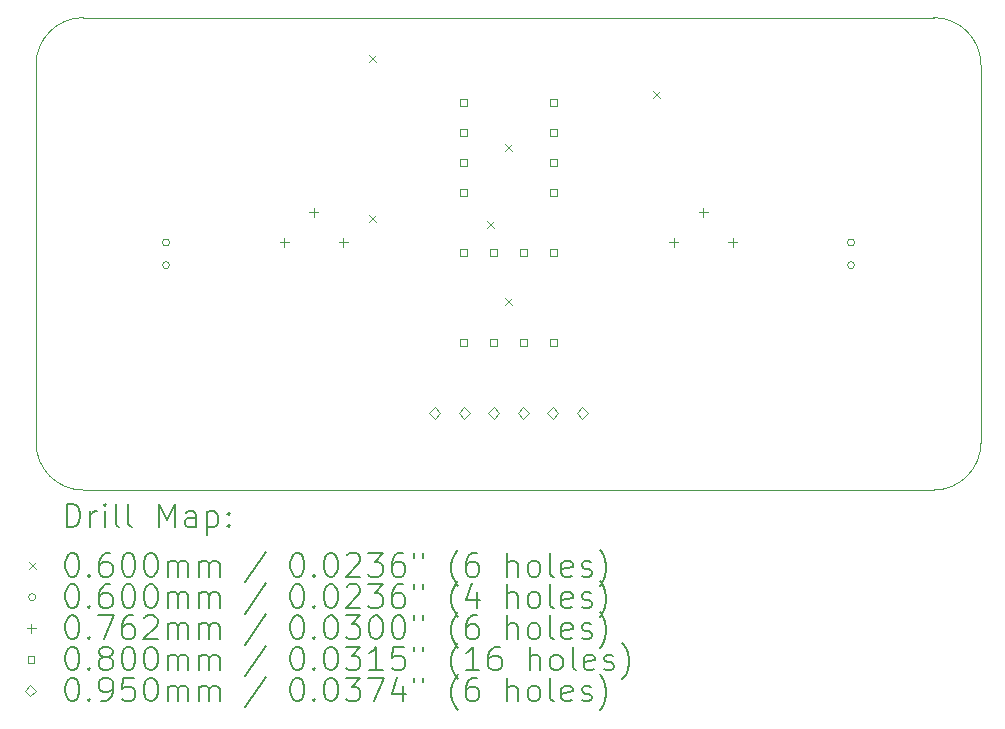
<source format=gbr>
%TF.GenerationSoftware,KiCad,Pcbnew,8.0.6-8.0.6-0~ubuntu24.04.1*%
%TF.CreationDate,2024-10-30T20:03:36+09:00*%
%TF.ProjectId,zatopos-ear-mic,7a61746f-706f-4732-9d65-61722d6d6963,rev?*%
%TF.SameCoordinates,Original*%
%TF.FileFunction,Drillmap*%
%TF.FilePolarity,Positive*%
%FSLAX45Y45*%
G04 Gerber Fmt 4.5, Leading zero omitted, Abs format (unit mm)*
G04 Created by KiCad (PCBNEW 8.0.6-8.0.6-0~ubuntu24.04.1) date 2024-10-30 20:03:36*
%MOMM*%
%LPD*%
G01*
G04 APERTURE LIST*
%ADD10C,0.050000*%
%ADD11C,0.200000*%
%ADD12C,0.100000*%
G04 APERTURE END LIST*
D10*
X18600000Y-8000000D02*
G75*
G02*
X19000000Y-8400000I0J-400000D01*
G01*
X11000000Y-8400000D02*
G75*
G02*
X11400000Y-8000000I400000J0D01*
G01*
X11400000Y-12000000D02*
G75*
G02*
X11000000Y-11600000I0J400000D01*
G01*
X19000000Y-11600000D02*
G75*
G02*
X18600000Y-12000000I-400000J0D01*
G01*
X11400000Y-8000000D02*
X18600000Y-8000000D01*
X18600000Y-12000000D02*
X11400000Y-12000000D01*
X11000000Y-8400000D02*
X11000000Y-11600000D01*
X19000000Y-8400000D02*
X19000000Y-11600000D01*
D11*
D12*
X13820000Y-8320000D02*
X13880000Y-8380000D01*
X13880000Y-8320000D02*
X13820000Y-8380000D01*
X13820000Y-9670000D02*
X13880000Y-9730000D01*
X13880000Y-9670000D02*
X13820000Y-9730000D01*
X14820000Y-9720000D02*
X14880000Y-9780000D01*
X14880000Y-9720000D02*
X14820000Y-9780000D01*
X14970000Y-9070000D02*
X15030000Y-9130000D01*
X15030000Y-9070000D02*
X14970000Y-9130000D01*
X14970000Y-10370000D02*
X15030000Y-10430000D01*
X15030000Y-10370000D02*
X14970000Y-10430000D01*
X16220000Y-8620000D02*
X16280000Y-8680000D01*
X16280000Y-8620000D02*
X16220000Y-8680000D01*
X12130000Y-9905000D02*
G75*
G02*
X12070000Y-9905000I-30000J0D01*
G01*
X12070000Y-9905000D02*
G75*
G02*
X12130000Y-9905000I30000J0D01*
G01*
X12130000Y-10095000D02*
G75*
G02*
X12070000Y-10095000I-30000J0D01*
G01*
X12070000Y-10095000D02*
G75*
G02*
X12130000Y-10095000I30000J0D01*
G01*
X17930000Y-9905000D02*
G75*
G02*
X17870000Y-9905000I-30000J0D01*
G01*
X17870000Y-9905000D02*
G75*
G02*
X17930000Y-9905000I30000J0D01*
G01*
X17930000Y-10095000D02*
G75*
G02*
X17870000Y-10095000I-30000J0D01*
G01*
X17870000Y-10095000D02*
G75*
G02*
X17930000Y-10095000I30000J0D01*
G01*
X13100000Y-9861900D02*
X13100000Y-9938100D01*
X13061900Y-9900000D02*
X13138100Y-9900000D01*
X13350000Y-9611900D02*
X13350000Y-9688100D01*
X13311900Y-9650000D02*
X13388100Y-9650000D01*
X13600000Y-9861900D02*
X13600000Y-9938100D01*
X13561900Y-9900000D02*
X13638100Y-9900000D01*
X16400000Y-9861900D02*
X16400000Y-9938100D01*
X16361900Y-9900000D02*
X16438100Y-9900000D01*
X16650000Y-9611900D02*
X16650000Y-9688100D01*
X16611900Y-9650000D02*
X16688100Y-9650000D01*
X16900000Y-9861900D02*
X16900000Y-9938100D01*
X16861900Y-9900000D02*
X16938100Y-9900000D01*
X14646284Y-8746285D02*
X14646284Y-8689716D01*
X14589715Y-8689716D01*
X14589715Y-8746285D01*
X14646284Y-8746285D01*
X14646284Y-9000285D02*
X14646284Y-8943716D01*
X14589715Y-8943716D01*
X14589715Y-9000285D01*
X14646284Y-9000285D01*
X14646284Y-9254285D02*
X14646284Y-9197716D01*
X14589715Y-9197716D01*
X14589715Y-9254285D01*
X14646284Y-9254285D01*
X14646284Y-9508285D02*
X14646284Y-9451716D01*
X14589715Y-9451716D01*
X14589715Y-9508285D01*
X14646284Y-9508285D01*
X14646284Y-10016285D02*
X14646284Y-9959716D01*
X14589715Y-9959716D01*
X14589715Y-10016285D01*
X14646284Y-10016285D01*
X14646284Y-10778285D02*
X14646284Y-10721716D01*
X14589715Y-10721716D01*
X14589715Y-10778285D01*
X14646284Y-10778285D01*
X14900284Y-10016285D02*
X14900284Y-9959716D01*
X14843715Y-9959716D01*
X14843715Y-10016285D01*
X14900284Y-10016285D01*
X14900284Y-10778285D02*
X14900284Y-10721716D01*
X14843715Y-10721716D01*
X14843715Y-10778285D01*
X14900284Y-10778285D01*
X15154284Y-10016285D02*
X15154284Y-9959716D01*
X15097715Y-9959716D01*
X15097715Y-10016285D01*
X15154284Y-10016285D01*
X15154284Y-10778285D02*
X15154284Y-10721716D01*
X15097715Y-10721716D01*
X15097715Y-10778285D01*
X15154284Y-10778285D01*
X15408284Y-8746285D02*
X15408284Y-8689716D01*
X15351715Y-8689716D01*
X15351715Y-8746285D01*
X15408284Y-8746285D01*
X15408284Y-9000285D02*
X15408284Y-8943716D01*
X15351715Y-8943716D01*
X15351715Y-9000285D01*
X15408284Y-9000285D01*
X15408284Y-9254285D02*
X15408284Y-9197716D01*
X15351715Y-9197716D01*
X15351715Y-9254285D01*
X15408284Y-9254285D01*
X15408284Y-9508285D02*
X15408284Y-9451716D01*
X15351715Y-9451716D01*
X15351715Y-9508285D01*
X15408284Y-9508285D01*
X15408284Y-10016285D02*
X15408284Y-9959716D01*
X15351715Y-9959716D01*
X15351715Y-10016285D01*
X15408284Y-10016285D01*
X15408284Y-10778285D02*
X15408284Y-10721716D01*
X15351715Y-10721716D01*
X15351715Y-10778285D01*
X15408284Y-10778285D01*
X14375000Y-11395000D02*
X14422500Y-11347500D01*
X14375000Y-11300000D01*
X14327500Y-11347500D01*
X14375000Y-11395000D01*
X14625000Y-11395000D02*
X14672500Y-11347500D01*
X14625000Y-11300000D01*
X14577500Y-11347500D01*
X14625000Y-11395000D01*
X14875000Y-11395000D02*
X14922500Y-11347500D01*
X14875000Y-11300000D01*
X14827500Y-11347500D01*
X14875000Y-11395000D01*
X15125000Y-11395000D02*
X15172500Y-11347500D01*
X15125000Y-11300000D01*
X15077500Y-11347500D01*
X15125000Y-11395000D01*
X15375000Y-11395000D02*
X15422500Y-11347500D01*
X15375000Y-11300000D01*
X15327500Y-11347500D01*
X15375000Y-11395000D01*
X15625000Y-11395000D02*
X15672500Y-11347500D01*
X15625000Y-11300000D01*
X15577500Y-11347500D01*
X15625000Y-11395000D01*
D11*
X11258277Y-12313984D02*
X11258277Y-12113984D01*
X11258277Y-12113984D02*
X11305896Y-12113984D01*
X11305896Y-12113984D02*
X11334467Y-12123508D01*
X11334467Y-12123508D02*
X11353515Y-12142555D01*
X11353515Y-12142555D02*
X11363039Y-12161603D01*
X11363039Y-12161603D02*
X11372562Y-12199698D01*
X11372562Y-12199698D02*
X11372562Y-12228269D01*
X11372562Y-12228269D02*
X11363039Y-12266365D01*
X11363039Y-12266365D02*
X11353515Y-12285412D01*
X11353515Y-12285412D02*
X11334467Y-12304460D01*
X11334467Y-12304460D02*
X11305896Y-12313984D01*
X11305896Y-12313984D02*
X11258277Y-12313984D01*
X11458277Y-12313984D02*
X11458277Y-12180650D01*
X11458277Y-12218746D02*
X11467801Y-12199698D01*
X11467801Y-12199698D02*
X11477324Y-12190174D01*
X11477324Y-12190174D02*
X11496372Y-12180650D01*
X11496372Y-12180650D02*
X11515420Y-12180650D01*
X11582086Y-12313984D02*
X11582086Y-12180650D01*
X11582086Y-12113984D02*
X11572562Y-12123508D01*
X11572562Y-12123508D02*
X11582086Y-12133031D01*
X11582086Y-12133031D02*
X11591610Y-12123508D01*
X11591610Y-12123508D02*
X11582086Y-12113984D01*
X11582086Y-12113984D02*
X11582086Y-12133031D01*
X11705896Y-12313984D02*
X11686848Y-12304460D01*
X11686848Y-12304460D02*
X11677324Y-12285412D01*
X11677324Y-12285412D02*
X11677324Y-12113984D01*
X11810658Y-12313984D02*
X11791610Y-12304460D01*
X11791610Y-12304460D02*
X11782086Y-12285412D01*
X11782086Y-12285412D02*
X11782086Y-12113984D01*
X12039229Y-12313984D02*
X12039229Y-12113984D01*
X12039229Y-12113984D02*
X12105896Y-12256841D01*
X12105896Y-12256841D02*
X12172562Y-12113984D01*
X12172562Y-12113984D02*
X12172562Y-12313984D01*
X12353515Y-12313984D02*
X12353515Y-12209222D01*
X12353515Y-12209222D02*
X12343991Y-12190174D01*
X12343991Y-12190174D02*
X12324943Y-12180650D01*
X12324943Y-12180650D02*
X12286848Y-12180650D01*
X12286848Y-12180650D02*
X12267801Y-12190174D01*
X12353515Y-12304460D02*
X12334467Y-12313984D01*
X12334467Y-12313984D02*
X12286848Y-12313984D01*
X12286848Y-12313984D02*
X12267801Y-12304460D01*
X12267801Y-12304460D02*
X12258277Y-12285412D01*
X12258277Y-12285412D02*
X12258277Y-12266365D01*
X12258277Y-12266365D02*
X12267801Y-12247317D01*
X12267801Y-12247317D02*
X12286848Y-12237793D01*
X12286848Y-12237793D02*
X12334467Y-12237793D01*
X12334467Y-12237793D02*
X12353515Y-12228269D01*
X12448753Y-12180650D02*
X12448753Y-12380650D01*
X12448753Y-12190174D02*
X12467801Y-12180650D01*
X12467801Y-12180650D02*
X12505896Y-12180650D01*
X12505896Y-12180650D02*
X12524943Y-12190174D01*
X12524943Y-12190174D02*
X12534467Y-12199698D01*
X12534467Y-12199698D02*
X12543991Y-12218746D01*
X12543991Y-12218746D02*
X12543991Y-12275888D01*
X12543991Y-12275888D02*
X12534467Y-12294936D01*
X12534467Y-12294936D02*
X12524943Y-12304460D01*
X12524943Y-12304460D02*
X12505896Y-12313984D01*
X12505896Y-12313984D02*
X12467801Y-12313984D01*
X12467801Y-12313984D02*
X12448753Y-12304460D01*
X12629705Y-12294936D02*
X12639229Y-12304460D01*
X12639229Y-12304460D02*
X12629705Y-12313984D01*
X12629705Y-12313984D02*
X12620182Y-12304460D01*
X12620182Y-12304460D02*
X12629705Y-12294936D01*
X12629705Y-12294936D02*
X12629705Y-12313984D01*
X12629705Y-12190174D02*
X12639229Y-12199698D01*
X12639229Y-12199698D02*
X12629705Y-12209222D01*
X12629705Y-12209222D02*
X12620182Y-12199698D01*
X12620182Y-12199698D02*
X12629705Y-12190174D01*
X12629705Y-12190174D02*
X12629705Y-12209222D01*
D12*
X10937500Y-12612500D02*
X10997500Y-12672500D01*
X10997500Y-12612500D02*
X10937500Y-12672500D01*
D11*
X11296372Y-12533984D02*
X11315420Y-12533984D01*
X11315420Y-12533984D02*
X11334467Y-12543508D01*
X11334467Y-12543508D02*
X11343991Y-12553031D01*
X11343991Y-12553031D02*
X11353515Y-12572079D01*
X11353515Y-12572079D02*
X11363039Y-12610174D01*
X11363039Y-12610174D02*
X11363039Y-12657793D01*
X11363039Y-12657793D02*
X11353515Y-12695888D01*
X11353515Y-12695888D02*
X11343991Y-12714936D01*
X11343991Y-12714936D02*
X11334467Y-12724460D01*
X11334467Y-12724460D02*
X11315420Y-12733984D01*
X11315420Y-12733984D02*
X11296372Y-12733984D01*
X11296372Y-12733984D02*
X11277324Y-12724460D01*
X11277324Y-12724460D02*
X11267801Y-12714936D01*
X11267801Y-12714936D02*
X11258277Y-12695888D01*
X11258277Y-12695888D02*
X11248753Y-12657793D01*
X11248753Y-12657793D02*
X11248753Y-12610174D01*
X11248753Y-12610174D02*
X11258277Y-12572079D01*
X11258277Y-12572079D02*
X11267801Y-12553031D01*
X11267801Y-12553031D02*
X11277324Y-12543508D01*
X11277324Y-12543508D02*
X11296372Y-12533984D01*
X11448753Y-12714936D02*
X11458277Y-12724460D01*
X11458277Y-12724460D02*
X11448753Y-12733984D01*
X11448753Y-12733984D02*
X11439229Y-12724460D01*
X11439229Y-12724460D02*
X11448753Y-12714936D01*
X11448753Y-12714936D02*
X11448753Y-12733984D01*
X11629705Y-12533984D02*
X11591610Y-12533984D01*
X11591610Y-12533984D02*
X11572562Y-12543508D01*
X11572562Y-12543508D02*
X11563039Y-12553031D01*
X11563039Y-12553031D02*
X11543991Y-12581603D01*
X11543991Y-12581603D02*
X11534467Y-12619698D01*
X11534467Y-12619698D02*
X11534467Y-12695888D01*
X11534467Y-12695888D02*
X11543991Y-12714936D01*
X11543991Y-12714936D02*
X11553515Y-12724460D01*
X11553515Y-12724460D02*
X11572562Y-12733984D01*
X11572562Y-12733984D02*
X11610658Y-12733984D01*
X11610658Y-12733984D02*
X11629705Y-12724460D01*
X11629705Y-12724460D02*
X11639229Y-12714936D01*
X11639229Y-12714936D02*
X11648753Y-12695888D01*
X11648753Y-12695888D02*
X11648753Y-12648269D01*
X11648753Y-12648269D02*
X11639229Y-12629222D01*
X11639229Y-12629222D02*
X11629705Y-12619698D01*
X11629705Y-12619698D02*
X11610658Y-12610174D01*
X11610658Y-12610174D02*
X11572562Y-12610174D01*
X11572562Y-12610174D02*
X11553515Y-12619698D01*
X11553515Y-12619698D02*
X11543991Y-12629222D01*
X11543991Y-12629222D02*
X11534467Y-12648269D01*
X11772562Y-12533984D02*
X11791610Y-12533984D01*
X11791610Y-12533984D02*
X11810658Y-12543508D01*
X11810658Y-12543508D02*
X11820182Y-12553031D01*
X11820182Y-12553031D02*
X11829705Y-12572079D01*
X11829705Y-12572079D02*
X11839229Y-12610174D01*
X11839229Y-12610174D02*
X11839229Y-12657793D01*
X11839229Y-12657793D02*
X11829705Y-12695888D01*
X11829705Y-12695888D02*
X11820182Y-12714936D01*
X11820182Y-12714936D02*
X11810658Y-12724460D01*
X11810658Y-12724460D02*
X11791610Y-12733984D01*
X11791610Y-12733984D02*
X11772562Y-12733984D01*
X11772562Y-12733984D02*
X11753515Y-12724460D01*
X11753515Y-12724460D02*
X11743991Y-12714936D01*
X11743991Y-12714936D02*
X11734467Y-12695888D01*
X11734467Y-12695888D02*
X11724943Y-12657793D01*
X11724943Y-12657793D02*
X11724943Y-12610174D01*
X11724943Y-12610174D02*
X11734467Y-12572079D01*
X11734467Y-12572079D02*
X11743991Y-12553031D01*
X11743991Y-12553031D02*
X11753515Y-12543508D01*
X11753515Y-12543508D02*
X11772562Y-12533984D01*
X11963039Y-12533984D02*
X11982086Y-12533984D01*
X11982086Y-12533984D02*
X12001134Y-12543508D01*
X12001134Y-12543508D02*
X12010658Y-12553031D01*
X12010658Y-12553031D02*
X12020182Y-12572079D01*
X12020182Y-12572079D02*
X12029705Y-12610174D01*
X12029705Y-12610174D02*
X12029705Y-12657793D01*
X12029705Y-12657793D02*
X12020182Y-12695888D01*
X12020182Y-12695888D02*
X12010658Y-12714936D01*
X12010658Y-12714936D02*
X12001134Y-12724460D01*
X12001134Y-12724460D02*
X11982086Y-12733984D01*
X11982086Y-12733984D02*
X11963039Y-12733984D01*
X11963039Y-12733984D02*
X11943991Y-12724460D01*
X11943991Y-12724460D02*
X11934467Y-12714936D01*
X11934467Y-12714936D02*
X11924943Y-12695888D01*
X11924943Y-12695888D02*
X11915420Y-12657793D01*
X11915420Y-12657793D02*
X11915420Y-12610174D01*
X11915420Y-12610174D02*
X11924943Y-12572079D01*
X11924943Y-12572079D02*
X11934467Y-12553031D01*
X11934467Y-12553031D02*
X11943991Y-12543508D01*
X11943991Y-12543508D02*
X11963039Y-12533984D01*
X12115420Y-12733984D02*
X12115420Y-12600650D01*
X12115420Y-12619698D02*
X12124943Y-12610174D01*
X12124943Y-12610174D02*
X12143991Y-12600650D01*
X12143991Y-12600650D02*
X12172563Y-12600650D01*
X12172563Y-12600650D02*
X12191610Y-12610174D01*
X12191610Y-12610174D02*
X12201134Y-12629222D01*
X12201134Y-12629222D02*
X12201134Y-12733984D01*
X12201134Y-12629222D02*
X12210658Y-12610174D01*
X12210658Y-12610174D02*
X12229705Y-12600650D01*
X12229705Y-12600650D02*
X12258277Y-12600650D01*
X12258277Y-12600650D02*
X12277324Y-12610174D01*
X12277324Y-12610174D02*
X12286848Y-12629222D01*
X12286848Y-12629222D02*
X12286848Y-12733984D01*
X12382086Y-12733984D02*
X12382086Y-12600650D01*
X12382086Y-12619698D02*
X12391610Y-12610174D01*
X12391610Y-12610174D02*
X12410658Y-12600650D01*
X12410658Y-12600650D02*
X12439229Y-12600650D01*
X12439229Y-12600650D02*
X12458277Y-12610174D01*
X12458277Y-12610174D02*
X12467801Y-12629222D01*
X12467801Y-12629222D02*
X12467801Y-12733984D01*
X12467801Y-12629222D02*
X12477324Y-12610174D01*
X12477324Y-12610174D02*
X12496372Y-12600650D01*
X12496372Y-12600650D02*
X12524943Y-12600650D01*
X12524943Y-12600650D02*
X12543991Y-12610174D01*
X12543991Y-12610174D02*
X12553515Y-12629222D01*
X12553515Y-12629222D02*
X12553515Y-12733984D01*
X12943991Y-12524460D02*
X12772563Y-12781603D01*
X13201134Y-12533984D02*
X13220182Y-12533984D01*
X13220182Y-12533984D02*
X13239229Y-12543508D01*
X13239229Y-12543508D02*
X13248753Y-12553031D01*
X13248753Y-12553031D02*
X13258277Y-12572079D01*
X13258277Y-12572079D02*
X13267801Y-12610174D01*
X13267801Y-12610174D02*
X13267801Y-12657793D01*
X13267801Y-12657793D02*
X13258277Y-12695888D01*
X13258277Y-12695888D02*
X13248753Y-12714936D01*
X13248753Y-12714936D02*
X13239229Y-12724460D01*
X13239229Y-12724460D02*
X13220182Y-12733984D01*
X13220182Y-12733984D02*
X13201134Y-12733984D01*
X13201134Y-12733984D02*
X13182086Y-12724460D01*
X13182086Y-12724460D02*
X13172563Y-12714936D01*
X13172563Y-12714936D02*
X13163039Y-12695888D01*
X13163039Y-12695888D02*
X13153515Y-12657793D01*
X13153515Y-12657793D02*
X13153515Y-12610174D01*
X13153515Y-12610174D02*
X13163039Y-12572079D01*
X13163039Y-12572079D02*
X13172563Y-12553031D01*
X13172563Y-12553031D02*
X13182086Y-12543508D01*
X13182086Y-12543508D02*
X13201134Y-12533984D01*
X13353515Y-12714936D02*
X13363039Y-12724460D01*
X13363039Y-12724460D02*
X13353515Y-12733984D01*
X13353515Y-12733984D02*
X13343991Y-12724460D01*
X13343991Y-12724460D02*
X13353515Y-12714936D01*
X13353515Y-12714936D02*
X13353515Y-12733984D01*
X13486848Y-12533984D02*
X13505896Y-12533984D01*
X13505896Y-12533984D02*
X13524944Y-12543508D01*
X13524944Y-12543508D02*
X13534467Y-12553031D01*
X13534467Y-12553031D02*
X13543991Y-12572079D01*
X13543991Y-12572079D02*
X13553515Y-12610174D01*
X13553515Y-12610174D02*
X13553515Y-12657793D01*
X13553515Y-12657793D02*
X13543991Y-12695888D01*
X13543991Y-12695888D02*
X13534467Y-12714936D01*
X13534467Y-12714936D02*
X13524944Y-12724460D01*
X13524944Y-12724460D02*
X13505896Y-12733984D01*
X13505896Y-12733984D02*
X13486848Y-12733984D01*
X13486848Y-12733984D02*
X13467801Y-12724460D01*
X13467801Y-12724460D02*
X13458277Y-12714936D01*
X13458277Y-12714936D02*
X13448753Y-12695888D01*
X13448753Y-12695888D02*
X13439229Y-12657793D01*
X13439229Y-12657793D02*
X13439229Y-12610174D01*
X13439229Y-12610174D02*
X13448753Y-12572079D01*
X13448753Y-12572079D02*
X13458277Y-12553031D01*
X13458277Y-12553031D02*
X13467801Y-12543508D01*
X13467801Y-12543508D02*
X13486848Y-12533984D01*
X13629706Y-12553031D02*
X13639229Y-12543508D01*
X13639229Y-12543508D02*
X13658277Y-12533984D01*
X13658277Y-12533984D02*
X13705896Y-12533984D01*
X13705896Y-12533984D02*
X13724944Y-12543508D01*
X13724944Y-12543508D02*
X13734467Y-12553031D01*
X13734467Y-12553031D02*
X13743991Y-12572079D01*
X13743991Y-12572079D02*
X13743991Y-12591127D01*
X13743991Y-12591127D02*
X13734467Y-12619698D01*
X13734467Y-12619698D02*
X13620182Y-12733984D01*
X13620182Y-12733984D02*
X13743991Y-12733984D01*
X13810658Y-12533984D02*
X13934467Y-12533984D01*
X13934467Y-12533984D02*
X13867801Y-12610174D01*
X13867801Y-12610174D02*
X13896372Y-12610174D01*
X13896372Y-12610174D02*
X13915420Y-12619698D01*
X13915420Y-12619698D02*
X13924944Y-12629222D01*
X13924944Y-12629222D02*
X13934467Y-12648269D01*
X13934467Y-12648269D02*
X13934467Y-12695888D01*
X13934467Y-12695888D02*
X13924944Y-12714936D01*
X13924944Y-12714936D02*
X13915420Y-12724460D01*
X13915420Y-12724460D02*
X13896372Y-12733984D01*
X13896372Y-12733984D02*
X13839229Y-12733984D01*
X13839229Y-12733984D02*
X13820182Y-12724460D01*
X13820182Y-12724460D02*
X13810658Y-12714936D01*
X14105896Y-12533984D02*
X14067801Y-12533984D01*
X14067801Y-12533984D02*
X14048753Y-12543508D01*
X14048753Y-12543508D02*
X14039229Y-12553031D01*
X14039229Y-12553031D02*
X14020182Y-12581603D01*
X14020182Y-12581603D02*
X14010658Y-12619698D01*
X14010658Y-12619698D02*
X14010658Y-12695888D01*
X14010658Y-12695888D02*
X14020182Y-12714936D01*
X14020182Y-12714936D02*
X14029706Y-12724460D01*
X14029706Y-12724460D02*
X14048753Y-12733984D01*
X14048753Y-12733984D02*
X14086848Y-12733984D01*
X14086848Y-12733984D02*
X14105896Y-12724460D01*
X14105896Y-12724460D02*
X14115420Y-12714936D01*
X14115420Y-12714936D02*
X14124944Y-12695888D01*
X14124944Y-12695888D02*
X14124944Y-12648269D01*
X14124944Y-12648269D02*
X14115420Y-12629222D01*
X14115420Y-12629222D02*
X14105896Y-12619698D01*
X14105896Y-12619698D02*
X14086848Y-12610174D01*
X14086848Y-12610174D02*
X14048753Y-12610174D01*
X14048753Y-12610174D02*
X14029706Y-12619698D01*
X14029706Y-12619698D02*
X14020182Y-12629222D01*
X14020182Y-12629222D02*
X14010658Y-12648269D01*
X14201134Y-12533984D02*
X14201134Y-12572079D01*
X14277325Y-12533984D02*
X14277325Y-12572079D01*
X14572563Y-12810174D02*
X14563039Y-12800650D01*
X14563039Y-12800650D02*
X14543991Y-12772079D01*
X14543991Y-12772079D02*
X14534468Y-12753031D01*
X14534468Y-12753031D02*
X14524944Y-12724460D01*
X14524944Y-12724460D02*
X14515420Y-12676841D01*
X14515420Y-12676841D02*
X14515420Y-12638746D01*
X14515420Y-12638746D02*
X14524944Y-12591127D01*
X14524944Y-12591127D02*
X14534468Y-12562555D01*
X14534468Y-12562555D02*
X14543991Y-12543508D01*
X14543991Y-12543508D02*
X14563039Y-12514936D01*
X14563039Y-12514936D02*
X14572563Y-12505412D01*
X14734468Y-12533984D02*
X14696372Y-12533984D01*
X14696372Y-12533984D02*
X14677325Y-12543508D01*
X14677325Y-12543508D02*
X14667801Y-12553031D01*
X14667801Y-12553031D02*
X14648753Y-12581603D01*
X14648753Y-12581603D02*
X14639229Y-12619698D01*
X14639229Y-12619698D02*
X14639229Y-12695888D01*
X14639229Y-12695888D02*
X14648753Y-12714936D01*
X14648753Y-12714936D02*
X14658277Y-12724460D01*
X14658277Y-12724460D02*
X14677325Y-12733984D01*
X14677325Y-12733984D02*
X14715420Y-12733984D01*
X14715420Y-12733984D02*
X14734468Y-12724460D01*
X14734468Y-12724460D02*
X14743991Y-12714936D01*
X14743991Y-12714936D02*
X14753515Y-12695888D01*
X14753515Y-12695888D02*
X14753515Y-12648269D01*
X14753515Y-12648269D02*
X14743991Y-12629222D01*
X14743991Y-12629222D02*
X14734468Y-12619698D01*
X14734468Y-12619698D02*
X14715420Y-12610174D01*
X14715420Y-12610174D02*
X14677325Y-12610174D01*
X14677325Y-12610174D02*
X14658277Y-12619698D01*
X14658277Y-12619698D02*
X14648753Y-12629222D01*
X14648753Y-12629222D02*
X14639229Y-12648269D01*
X14991610Y-12733984D02*
X14991610Y-12533984D01*
X15077325Y-12733984D02*
X15077325Y-12629222D01*
X15077325Y-12629222D02*
X15067801Y-12610174D01*
X15067801Y-12610174D02*
X15048753Y-12600650D01*
X15048753Y-12600650D02*
X15020182Y-12600650D01*
X15020182Y-12600650D02*
X15001134Y-12610174D01*
X15001134Y-12610174D02*
X14991610Y-12619698D01*
X15201134Y-12733984D02*
X15182087Y-12724460D01*
X15182087Y-12724460D02*
X15172563Y-12714936D01*
X15172563Y-12714936D02*
X15163039Y-12695888D01*
X15163039Y-12695888D02*
X15163039Y-12638746D01*
X15163039Y-12638746D02*
X15172563Y-12619698D01*
X15172563Y-12619698D02*
X15182087Y-12610174D01*
X15182087Y-12610174D02*
X15201134Y-12600650D01*
X15201134Y-12600650D02*
X15229706Y-12600650D01*
X15229706Y-12600650D02*
X15248753Y-12610174D01*
X15248753Y-12610174D02*
X15258277Y-12619698D01*
X15258277Y-12619698D02*
X15267801Y-12638746D01*
X15267801Y-12638746D02*
X15267801Y-12695888D01*
X15267801Y-12695888D02*
X15258277Y-12714936D01*
X15258277Y-12714936D02*
X15248753Y-12724460D01*
X15248753Y-12724460D02*
X15229706Y-12733984D01*
X15229706Y-12733984D02*
X15201134Y-12733984D01*
X15382087Y-12733984D02*
X15363039Y-12724460D01*
X15363039Y-12724460D02*
X15353515Y-12705412D01*
X15353515Y-12705412D02*
X15353515Y-12533984D01*
X15534468Y-12724460D02*
X15515420Y-12733984D01*
X15515420Y-12733984D02*
X15477325Y-12733984D01*
X15477325Y-12733984D02*
X15458277Y-12724460D01*
X15458277Y-12724460D02*
X15448753Y-12705412D01*
X15448753Y-12705412D02*
X15448753Y-12629222D01*
X15448753Y-12629222D02*
X15458277Y-12610174D01*
X15458277Y-12610174D02*
X15477325Y-12600650D01*
X15477325Y-12600650D02*
X15515420Y-12600650D01*
X15515420Y-12600650D02*
X15534468Y-12610174D01*
X15534468Y-12610174D02*
X15543991Y-12629222D01*
X15543991Y-12629222D02*
X15543991Y-12648269D01*
X15543991Y-12648269D02*
X15448753Y-12667317D01*
X15620182Y-12724460D02*
X15639230Y-12733984D01*
X15639230Y-12733984D02*
X15677325Y-12733984D01*
X15677325Y-12733984D02*
X15696372Y-12724460D01*
X15696372Y-12724460D02*
X15705896Y-12705412D01*
X15705896Y-12705412D02*
X15705896Y-12695888D01*
X15705896Y-12695888D02*
X15696372Y-12676841D01*
X15696372Y-12676841D02*
X15677325Y-12667317D01*
X15677325Y-12667317D02*
X15648753Y-12667317D01*
X15648753Y-12667317D02*
X15629706Y-12657793D01*
X15629706Y-12657793D02*
X15620182Y-12638746D01*
X15620182Y-12638746D02*
X15620182Y-12629222D01*
X15620182Y-12629222D02*
X15629706Y-12610174D01*
X15629706Y-12610174D02*
X15648753Y-12600650D01*
X15648753Y-12600650D02*
X15677325Y-12600650D01*
X15677325Y-12600650D02*
X15696372Y-12610174D01*
X15772563Y-12810174D02*
X15782087Y-12800650D01*
X15782087Y-12800650D02*
X15801134Y-12772079D01*
X15801134Y-12772079D02*
X15810658Y-12753031D01*
X15810658Y-12753031D02*
X15820182Y-12724460D01*
X15820182Y-12724460D02*
X15829706Y-12676841D01*
X15829706Y-12676841D02*
X15829706Y-12638746D01*
X15829706Y-12638746D02*
X15820182Y-12591127D01*
X15820182Y-12591127D02*
X15810658Y-12562555D01*
X15810658Y-12562555D02*
X15801134Y-12543508D01*
X15801134Y-12543508D02*
X15782087Y-12514936D01*
X15782087Y-12514936D02*
X15772563Y-12505412D01*
D12*
X10997500Y-12906500D02*
G75*
G02*
X10937500Y-12906500I-30000J0D01*
G01*
X10937500Y-12906500D02*
G75*
G02*
X10997500Y-12906500I30000J0D01*
G01*
D11*
X11296372Y-12797984D02*
X11315420Y-12797984D01*
X11315420Y-12797984D02*
X11334467Y-12807508D01*
X11334467Y-12807508D02*
X11343991Y-12817031D01*
X11343991Y-12817031D02*
X11353515Y-12836079D01*
X11353515Y-12836079D02*
X11363039Y-12874174D01*
X11363039Y-12874174D02*
X11363039Y-12921793D01*
X11363039Y-12921793D02*
X11353515Y-12959888D01*
X11353515Y-12959888D02*
X11343991Y-12978936D01*
X11343991Y-12978936D02*
X11334467Y-12988460D01*
X11334467Y-12988460D02*
X11315420Y-12997984D01*
X11315420Y-12997984D02*
X11296372Y-12997984D01*
X11296372Y-12997984D02*
X11277324Y-12988460D01*
X11277324Y-12988460D02*
X11267801Y-12978936D01*
X11267801Y-12978936D02*
X11258277Y-12959888D01*
X11258277Y-12959888D02*
X11248753Y-12921793D01*
X11248753Y-12921793D02*
X11248753Y-12874174D01*
X11248753Y-12874174D02*
X11258277Y-12836079D01*
X11258277Y-12836079D02*
X11267801Y-12817031D01*
X11267801Y-12817031D02*
X11277324Y-12807508D01*
X11277324Y-12807508D02*
X11296372Y-12797984D01*
X11448753Y-12978936D02*
X11458277Y-12988460D01*
X11458277Y-12988460D02*
X11448753Y-12997984D01*
X11448753Y-12997984D02*
X11439229Y-12988460D01*
X11439229Y-12988460D02*
X11448753Y-12978936D01*
X11448753Y-12978936D02*
X11448753Y-12997984D01*
X11629705Y-12797984D02*
X11591610Y-12797984D01*
X11591610Y-12797984D02*
X11572562Y-12807508D01*
X11572562Y-12807508D02*
X11563039Y-12817031D01*
X11563039Y-12817031D02*
X11543991Y-12845603D01*
X11543991Y-12845603D02*
X11534467Y-12883698D01*
X11534467Y-12883698D02*
X11534467Y-12959888D01*
X11534467Y-12959888D02*
X11543991Y-12978936D01*
X11543991Y-12978936D02*
X11553515Y-12988460D01*
X11553515Y-12988460D02*
X11572562Y-12997984D01*
X11572562Y-12997984D02*
X11610658Y-12997984D01*
X11610658Y-12997984D02*
X11629705Y-12988460D01*
X11629705Y-12988460D02*
X11639229Y-12978936D01*
X11639229Y-12978936D02*
X11648753Y-12959888D01*
X11648753Y-12959888D02*
X11648753Y-12912269D01*
X11648753Y-12912269D02*
X11639229Y-12893222D01*
X11639229Y-12893222D02*
X11629705Y-12883698D01*
X11629705Y-12883698D02*
X11610658Y-12874174D01*
X11610658Y-12874174D02*
X11572562Y-12874174D01*
X11572562Y-12874174D02*
X11553515Y-12883698D01*
X11553515Y-12883698D02*
X11543991Y-12893222D01*
X11543991Y-12893222D02*
X11534467Y-12912269D01*
X11772562Y-12797984D02*
X11791610Y-12797984D01*
X11791610Y-12797984D02*
X11810658Y-12807508D01*
X11810658Y-12807508D02*
X11820182Y-12817031D01*
X11820182Y-12817031D02*
X11829705Y-12836079D01*
X11829705Y-12836079D02*
X11839229Y-12874174D01*
X11839229Y-12874174D02*
X11839229Y-12921793D01*
X11839229Y-12921793D02*
X11829705Y-12959888D01*
X11829705Y-12959888D02*
X11820182Y-12978936D01*
X11820182Y-12978936D02*
X11810658Y-12988460D01*
X11810658Y-12988460D02*
X11791610Y-12997984D01*
X11791610Y-12997984D02*
X11772562Y-12997984D01*
X11772562Y-12997984D02*
X11753515Y-12988460D01*
X11753515Y-12988460D02*
X11743991Y-12978936D01*
X11743991Y-12978936D02*
X11734467Y-12959888D01*
X11734467Y-12959888D02*
X11724943Y-12921793D01*
X11724943Y-12921793D02*
X11724943Y-12874174D01*
X11724943Y-12874174D02*
X11734467Y-12836079D01*
X11734467Y-12836079D02*
X11743991Y-12817031D01*
X11743991Y-12817031D02*
X11753515Y-12807508D01*
X11753515Y-12807508D02*
X11772562Y-12797984D01*
X11963039Y-12797984D02*
X11982086Y-12797984D01*
X11982086Y-12797984D02*
X12001134Y-12807508D01*
X12001134Y-12807508D02*
X12010658Y-12817031D01*
X12010658Y-12817031D02*
X12020182Y-12836079D01*
X12020182Y-12836079D02*
X12029705Y-12874174D01*
X12029705Y-12874174D02*
X12029705Y-12921793D01*
X12029705Y-12921793D02*
X12020182Y-12959888D01*
X12020182Y-12959888D02*
X12010658Y-12978936D01*
X12010658Y-12978936D02*
X12001134Y-12988460D01*
X12001134Y-12988460D02*
X11982086Y-12997984D01*
X11982086Y-12997984D02*
X11963039Y-12997984D01*
X11963039Y-12997984D02*
X11943991Y-12988460D01*
X11943991Y-12988460D02*
X11934467Y-12978936D01*
X11934467Y-12978936D02*
X11924943Y-12959888D01*
X11924943Y-12959888D02*
X11915420Y-12921793D01*
X11915420Y-12921793D02*
X11915420Y-12874174D01*
X11915420Y-12874174D02*
X11924943Y-12836079D01*
X11924943Y-12836079D02*
X11934467Y-12817031D01*
X11934467Y-12817031D02*
X11943991Y-12807508D01*
X11943991Y-12807508D02*
X11963039Y-12797984D01*
X12115420Y-12997984D02*
X12115420Y-12864650D01*
X12115420Y-12883698D02*
X12124943Y-12874174D01*
X12124943Y-12874174D02*
X12143991Y-12864650D01*
X12143991Y-12864650D02*
X12172563Y-12864650D01*
X12172563Y-12864650D02*
X12191610Y-12874174D01*
X12191610Y-12874174D02*
X12201134Y-12893222D01*
X12201134Y-12893222D02*
X12201134Y-12997984D01*
X12201134Y-12893222D02*
X12210658Y-12874174D01*
X12210658Y-12874174D02*
X12229705Y-12864650D01*
X12229705Y-12864650D02*
X12258277Y-12864650D01*
X12258277Y-12864650D02*
X12277324Y-12874174D01*
X12277324Y-12874174D02*
X12286848Y-12893222D01*
X12286848Y-12893222D02*
X12286848Y-12997984D01*
X12382086Y-12997984D02*
X12382086Y-12864650D01*
X12382086Y-12883698D02*
X12391610Y-12874174D01*
X12391610Y-12874174D02*
X12410658Y-12864650D01*
X12410658Y-12864650D02*
X12439229Y-12864650D01*
X12439229Y-12864650D02*
X12458277Y-12874174D01*
X12458277Y-12874174D02*
X12467801Y-12893222D01*
X12467801Y-12893222D02*
X12467801Y-12997984D01*
X12467801Y-12893222D02*
X12477324Y-12874174D01*
X12477324Y-12874174D02*
X12496372Y-12864650D01*
X12496372Y-12864650D02*
X12524943Y-12864650D01*
X12524943Y-12864650D02*
X12543991Y-12874174D01*
X12543991Y-12874174D02*
X12553515Y-12893222D01*
X12553515Y-12893222D02*
X12553515Y-12997984D01*
X12943991Y-12788460D02*
X12772563Y-13045603D01*
X13201134Y-12797984D02*
X13220182Y-12797984D01*
X13220182Y-12797984D02*
X13239229Y-12807508D01*
X13239229Y-12807508D02*
X13248753Y-12817031D01*
X13248753Y-12817031D02*
X13258277Y-12836079D01*
X13258277Y-12836079D02*
X13267801Y-12874174D01*
X13267801Y-12874174D02*
X13267801Y-12921793D01*
X13267801Y-12921793D02*
X13258277Y-12959888D01*
X13258277Y-12959888D02*
X13248753Y-12978936D01*
X13248753Y-12978936D02*
X13239229Y-12988460D01*
X13239229Y-12988460D02*
X13220182Y-12997984D01*
X13220182Y-12997984D02*
X13201134Y-12997984D01*
X13201134Y-12997984D02*
X13182086Y-12988460D01*
X13182086Y-12988460D02*
X13172563Y-12978936D01*
X13172563Y-12978936D02*
X13163039Y-12959888D01*
X13163039Y-12959888D02*
X13153515Y-12921793D01*
X13153515Y-12921793D02*
X13153515Y-12874174D01*
X13153515Y-12874174D02*
X13163039Y-12836079D01*
X13163039Y-12836079D02*
X13172563Y-12817031D01*
X13172563Y-12817031D02*
X13182086Y-12807508D01*
X13182086Y-12807508D02*
X13201134Y-12797984D01*
X13353515Y-12978936D02*
X13363039Y-12988460D01*
X13363039Y-12988460D02*
X13353515Y-12997984D01*
X13353515Y-12997984D02*
X13343991Y-12988460D01*
X13343991Y-12988460D02*
X13353515Y-12978936D01*
X13353515Y-12978936D02*
X13353515Y-12997984D01*
X13486848Y-12797984D02*
X13505896Y-12797984D01*
X13505896Y-12797984D02*
X13524944Y-12807508D01*
X13524944Y-12807508D02*
X13534467Y-12817031D01*
X13534467Y-12817031D02*
X13543991Y-12836079D01*
X13543991Y-12836079D02*
X13553515Y-12874174D01*
X13553515Y-12874174D02*
X13553515Y-12921793D01*
X13553515Y-12921793D02*
X13543991Y-12959888D01*
X13543991Y-12959888D02*
X13534467Y-12978936D01*
X13534467Y-12978936D02*
X13524944Y-12988460D01*
X13524944Y-12988460D02*
X13505896Y-12997984D01*
X13505896Y-12997984D02*
X13486848Y-12997984D01*
X13486848Y-12997984D02*
X13467801Y-12988460D01*
X13467801Y-12988460D02*
X13458277Y-12978936D01*
X13458277Y-12978936D02*
X13448753Y-12959888D01*
X13448753Y-12959888D02*
X13439229Y-12921793D01*
X13439229Y-12921793D02*
X13439229Y-12874174D01*
X13439229Y-12874174D02*
X13448753Y-12836079D01*
X13448753Y-12836079D02*
X13458277Y-12817031D01*
X13458277Y-12817031D02*
X13467801Y-12807508D01*
X13467801Y-12807508D02*
X13486848Y-12797984D01*
X13629706Y-12817031D02*
X13639229Y-12807508D01*
X13639229Y-12807508D02*
X13658277Y-12797984D01*
X13658277Y-12797984D02*
X13705896Y-12797984D01*
X13705896Y-12797984D02*
X13724944Y-12807508D01*
X13724944Y-12807508D02*
X13734467Y-12817031D01*
X13734467Y-12817031D02*
X13743991Y-12836079D01*
X13743991Y-12836079D02*
X13743991Y-12855127D01*
X13743991Y-12855127D02*
X13734467Y-12883698D01*
X13734467Y-12883698D02*
X13620182Y-12997984D01*
X13620182Y-12997984D02*
X13743991Y-12997984D01*
X13810658Y-12797984D02*
X13934467Y-12797984D01*
X13934467Y-12797984D02*
X13867801Y-12874174D01*
X13867801Y-12874174D02*
X13896372Y-12874174D01*
X13896372Y-12874174D02*
X13915420Y-12883698D01*
X13915420Y-12883698D02*
X13924944Y-12893222D01*
X13924944Y-12893222D02*
X13934467Y-12912269D01*
X13934467Y-12912269D02*
X13934467Y-12959888D01*
X13934467Y-12959888D02*
X13924944Y-12978936D01*
X13924944Y-12978936D02*
X13915420Y-12988460D01*
X13915420Y-12988460D02*
X13896372Y-12997984D01*
X13896372Y-12997984D02*
X13839229Y-12997984D01*
X13839229Y-12997984D02*
X13820182Y-12988460D01*
X13820182Y-12988460D02*
X13810658Y-12978936D01*
X14105896Y-12797984D02*
X14067801Y-12797984D01*
X14067801Y-12797984D02*
X14048753Y-12807508D01*
X14048753Y-12807508D02*
X14039229Y-12817031D01*
X14039229Y-12817031D02*
X14020182Y-12845603D01*
X14020182Y-12845603D02*
X14010658Y-12883698D01*
X14010658Y-12883698D02*
X14010658Y-12959888D01*
X14010658Y-12959888D02*
X14020182Y-12978936D01*
X14020182Y-12978936D02*
X14029706Y-12988460D01*
X14029706Y-12988460D02*
X14048753Y-12997984D01*
X14048753Y-12997984D02*
X14086848Y-12997984D01*
X14086848Y-12997984D02*
X14105896Y-12988460D01*
X14105896Y-12988460D02*
X14115420Y-12978936D01*
X14115420Y-12978936D02*
X14124944Y-12959888D01*
X14124944Y-12959888D02*
X14124944Y-12912269D01*
X14124944Y-12912269D02*
X14115420Y-12893222D01*
X14115420Y-12893222D02*
X14105896Y-12883698D01*
X14105896Y-12883698D02*
X14086848Y-12874174D01*
X14086848Y-12874174D02*
X14048753Y-12874174D01*
X14048753Y-12874174D02*
X14029706Y-12883698D01*
X14029706Y-12883698D02*
X14020182Y-12893222D01*
X14020182Y-12893222D02*
X14010658Y-12912269D01*
X14201134Y-12797984D02*
X14201134Y-12836079D01*
X14277325Y-12797984D02*
X14277325Y-12836079D01*
X14572563Y-13074174D02*
X14563039Y-13064650D01*
X14563039Y-13064650D02*
X14543991Y-13036079D01*
X14543991Y-13036079D02*
X14534468Y-13017031D01*
X14534468Y-13017031D02*
X14524944Y-12988460D01*
X14524944Y-12988460D02*
X14515420Y-12940841D01*
X14515420Y-12940841D02*
X14515420Y-12902746D01*
X14515420Y-12902746D02*
X14524944Y-12855127D01*
X14524944Y-12855127D02*
X14534468Y-12826555D01*
X14534468Y-12826555D02*
X14543991Y-12807508D01*
X14543991Y-12807508D02*
X14563039Y-12778936D01*
X14563039Y-12778936D02*
X14572563Y-12769412D01*
X14734468Y-12864650D02*
X14734468Y-12997984D01*
X14686848Y-12788460D02*
X14639229Y-12931317D01*
X14639229Y-12931317D02*
X14763039Y-12931317D01*
X14991610Y-12997984D02*
X14991610Y-12797984D01*
X15077325Y-12997984D02*
X15077325Y-12893222D01*
X15077325Y-12893222D02*
X15067801Y-12874174D01*
X15067801Y-12874174D02*
X15048753Y-12864650D01*
X15048753Y-12864650D02*
X15020182Y-12864650D01*
X15020182Y-12864650D02*
X15001134Y-12874174D01*
X15001134Y-12874174D02*
X14991610Y-12883698D01*
X15201134Y-12997984D02*
X15182087Y-12988460D01*
X15182087Y-12988460D02*
X15172563Y-12978936D01*
X15172563Y-12978936D02*
X15163039Y-12959888D01*
X15163039Y-12959888D02*
X15163039Y-12902746D01*
X15163039Y-12902746D02*
X15172563Y-12883698D01*
X15172563Y-12883698D02*
X15182087Y-12874174D01*
X15182087Y-12874174D02*
X15201134Y-12864650D01*
X15201134Y-12864650D02*
X15229706Y-12864650D01*
X15229706Y-12864650D02*
X15248753Y-12874174D01*
X15248753Y-12874174D02*
X15258277Y-12883698D01*
X15258277Y-12883698D02*
X15267801Y-12902746D01*
X15267801Y-12902746D02*
X15267801Y-12959888D01*
X15267801Y-12959888D02*
X15258277Y-12978936D01*
X15258277Y-12978936D02*
X15248753Y-12988460D01*
X15248753Y-12988460D02*
X15229706Y-12997984D01*
X15229706Y-12997984D02*
X15201134Y-12997984D01*
X15382087Y-12997984D02*
X15363039Y-12988460D01*
X15363039Y-12988460D02*
X15353515Y-12969412D01*
X15353515Y-12969412D02*
X15353515Y-12797984D01*
X15534468Y-12988460D02*
X15515420Y-12997984D01*
X15515420Y-12997984D02*
X15477325Y-12997984D01*
X15477325Y-12997984D02*
X15458277Y-12988460D01*
X15458277Y-12988460D02*
X15448753Y-12969412D01*
X15448753Y-12969412D02*
X15448753Y-12893222D01*
X15448753Y-12893222D02*
X15458277Y-12874174D01*
X15458277Y-12874174D02*
X15477325Y-12864650D01*
X15477325Y-12864650D02*
X15515420Y-12864650D01*
X15515420Y-12864650D02*
X15534468Y-12874174D01*
X15534468Y-12874174D02*
X15543991Y-12893222D01*
X15543991Y-12893222D02*
X15543991Y-12912269D01*
X15543991Y-12912269D02*
X15448753Y-12931317D01*
X15620182Y-12988460D02*
X15639230Y-12997984D01*
X15639230Y-12997984D02*
X15677325Y-12997984D01*
X15677325Y-12997984D02*
X15696372Y-12988460D01*
X15696372Y-12988460D02*
X15705896Y-12969412D01*
X15705896Y-12969412D02*
X15705896Y-12959888D01*
X15705896Y-12959888D02*
X15696372Y-12940841D01*
X15696372Y-12940841D02*
X15677325Y-12931317D01*
X15677325Y-12931317D02*
X15648753Y-12931317D01*
X15648753Y-12931317D02*
X15629706Y-12921793D01*
X15629706Y-12921793D02*
X15620182Y-12902746D01*
X15620182Y-12902746D02*
X15620182Y-12893222D01*
X15620182Y-12893222D02*
X15629706Y-12874174D01*
X15629706Y-12874174D02*
X15648753Y-12864650D01*
X15648753Y-12864650D02*
X15677325Y-12864650D01*
X15677325Y-12864650D02*
X15696372Y-12874174D01*
X15772563Y-13074174D02*
X15782087Y-13064650D01*
X15782087Y-13064650D02*
X15801134Y-13036079D01*
X15801134Y-13036079D02*
X15810658Y-13017031D01*
X15810658Y-13017031D02*
X15820182Y-12988460D01*
X15820182Y-12988460D02*
X15829706Y-12940841D01*
X15829706Y-12940841D02*
X15829706Y-12902746D01*
X15829706Y-12902746D02*
X15820182Y-12855127D01*
X15820182Y-12855127D02*
X15810658Y-12826555D01*
X15810658Y-12826555D02*
X15801134Y-12807508D01*
X15801134Y-12807508D02*
X15782087Y-12778936D01*
X15782087Y-12778936D02*
X15772563Y-12769412D01*
D12*
X10959400Y-13132400D02*
X10959400Y-13208600D01*
X10921300Y-13170500D02*
X10997500Y-13170500D01*
D11*
X11296372Y-13061984D02*
X11315420Y-13061984D01*
X11315420Y-13061984D02*
X11334467Y-13071508D01*
X11334467Y-13071508D02*
X11343991Y-13081031D01*
X11343991Y-13081031D02*
X11353515Y-13100079D01*
X11353515Y-13100079D02*
X11363039Y-13138174D01*
X11363039Y-13138174D02*
X11363039Y-13185793D01*
X11363039Y-13185793D02*
X11353515Y-13223888D01*
X11353515Y-13223888D02*
X11343991Y-13242936D01*
X11343991Y-13242936D02*
X11334467Y-13252460D01*
X11334467Y-13252460D02*
X11315420Y-13261984D01*
X11315420Y-13261984D02*
X11296372Y-13261984D01*
X11296372Y-13261984D02*
X11277324Y-13252460D01*
X11277324Y-13252460D02*
X11267801Y-13242936D01*
X11267801Y-13242936D02*
X11258277Y-13223888D01*
X11258277Y-13223888D02*
X11248753Y-13185793D01*
X11248753Y-13185793D02*
X11248753Y-13138174D01*
X11248753Y-13138174D02*
X11258277Y-13100079D01*
X11258277Y-13100079D02*
X11267801Y-13081031D01*
X11267801Y-13081031D02*
X11277324Y-13071508D01*
X11277324Y-13071508D02*
X11296372Y-13061984D01*
X11448753Y-13242936D02*
X11458277Y-13252460D01*
X11458277Y-13252460D02*
X11448753Y-13261984D01*
X11448753Y-13261984D02*
X11439229Y-13252460D01*
X11439229Y-13252460D02*
X11448753Y-13242936D01*
X11448753Y-13242936D02*
X11448753Y-13261984D01*
X11524943Y-13061984D02*
X11658277Y-13061984D01*
X11658277Y-13061984D02*
X11572562Y-13261984D01*
X11820182Y-13061984D02*
X11782086Y-13061984D01*
X11782086Y-13061984D02*
X11763039Y-13071508D01*
X11763039Y-13071508D02*
X11753515Y-13081031D01*
X11753515Y-13081031D02*
X11734467Y-13109603D01*
X11734467Y-13109603D02*
X11724943Y-13147698D01*
X11724943Y-13147698D02*
X11724943Y-13223888D01*
X11724943Y-13223888D02*
X11734467Y-13242936D01*
X11734467Y-13242936D02*
X11743991Y-13252460D01*
X11743991Y-13252460D02*
X11763039Y-13261984D01*
X11763039Y-13261984D02*
X11801134Y-13261984D01*
X11801134Y-13261984D02*
X11820182Y-13252460D01*
X11820182Y-13252460D02*
X11829705Y-13242936D01*
X11829705Y-13242936D02*
X11839229Y-13223888D01*
X11839229Y-13223888D02*
X11839229Y-13176269D01*
X11839229Y-13176269D02*
X11829705Y-13157222D01*
X11829705Y-13157222D02*
X11820182Y-13147698D01*
X11820182Y-13147698D02*
X11801134Y-13138174D01*
X11801134Y-13138174D02*
X11763039Y-13138174D01*
X11763039Y-13138174D02*
X11743991Y-13147698D01*
X11743991Y-13147698D02*
X11734467Y-13157222D01*
X11734467Y-13157222D02*
X11724943Y-13176269D01*
X11915420Y-13081031D02*
X11924943Y-13071508D01*
X11924943Y-13071508D02*
X11943991Y-13061984D01*
X11943991Y-13061984D02*
X11991610Y-13061984D01*
X11991610Y-13061984D02*
X12010658Y-13071508D01*
X12010658Y-13071508D02*
X12020182Y-13081031D01*
X12020182Y-13081031D02*
X12029705Y-13100079D01*
X12029705Y-13100079D02*
X12029705Y-13119127D01*
X12029705Y-13119127D02*
X12020182Y-13147698D01*
X12020182Y-13147698D02*
X11905896Y-13261984D01*
X11905896Y-13261984D02*
X12029705Y-13261984D01*
X12115420Y-13261984D02*
X12115420Y-13128650D01*
X12115420Y-13147698D02*
X12124943Y-13138174D01*
X12124943Y-13138174D02*
X12143991Y-13128650D01*
X12143991Y-13128650D02*
X12172563Y-13128650D01*
X12172563Y-13128650D02*
X12191610Y-13138174D01*
X12191610Y-13138174D02*
X12201134Y-13157222D01*
X12201134Y-13157222D02*
X12201134Y-13261984D01*
X12201134Y-13157222D02*
X12210658Y-13138174D01*
X12210658Y-13138174D02*
X12229705Y-13128650D01*
X12229705Y-13128650D02*
X12258277Y-13128650D01*
X12258277Y-13128650D02*
X12277324Y-13138174D01*
X12277324Y-13138174D02*
X12286848Y-13157222D01*
X12286848Y-13157222D02*
X12286848Y-13261984D01*
X12382086Y-13261984D02*
X12382086Y-13128650D01*
X12382086Y-13147698D02*
X12391610Y-13138174D01*
X12391610Y-13138174D02*
X12410658Y-13128650D01*
X12410658Y-13128650D02*
X12439229Y-13128650D01*
X12439229Y-13128650D02*
X12458277Y-13138174D01*
X12458277Y-13138174D02*
X12467801Y-13157222D01*
X12467801Y-13157222D02*
X12467801Y-13261984D01*
X12467801Y-13157222D02*
X12477324Y-13138174D01*
X12477324Y-13138174D02*
X12496372Y-13128650D01*
X12496372Y-13128650D02*
X12524943Y-13128650D01*
X12524943Y-13128650D02*
X12543991Y-13138174D01*
X12543991Y-13138174D02*
X12553515Y-13157222D01*
X12553515Y-13157222D02*
X12553515Y-13261984D01*
X12943991Y-13052460D02*
X12772563Y-13309603D01*
X13201134Y-13061984D02*
X13220182Y-13061984D01*
X13220182Y-13061984D02*
X13239229Y-13071508D01*
X13239229Y-13071508D02*
X13248753Y-13081031D01*
X13248753Y-13081031D02*
X13258277Y-13100079D01*
X13258277Y-13100079D02*
X13267801Y-13138174D01*
X13267801Y-13138174D02*
X13267801Y-13185793D01*
X13267801Y-13185793D02*
X13258277Y-13223888D01*
X13258277Y-13223888D02*
X13248753Y-13242936D01*
X13248753Y-13242936D02*
X13239229Y-13252460D01*
X13239229Y-13252460D02*
X13220182Y-13261984D01*
X13220182Y-13261984D02*
X13201134Y-13261984D01*
X13201134Y-13261984D02*
X13182086Y-13252460D01*
X13182086Y-13252460D02*
X13172563Y-13242936D01*
X13172563Y-13242936D02*
X13163039Y-13223888D01*
X13163039Y-13223888D02*
X13153515Y-13185793D01*
X13153515Y-13185793D02*
X13153515Y-13138174D01*
X13153515Y-13138174D02*
X13163039Y-13100079D01*
X13163039Y-13100079D02*
X13172563Y-13081031D01*
X13172563Y-13081031D02*
X13182086Y-13071508D01*
X13182086Y-13071508D02*
X13201134Y-13061984D01*
X13353515Y-13242936D02*
X13363039Y-13252460D01*
X13363039Y-13252460D02*
X13353515Y-13261984D01*
X13353515Y-13261984D02*
X13343991Y-13252460D01*
X13343991Y-13252460D02*
X13353515Y-13242936D01*
X13353515Y-13242936D02*
X13353515Y-13261984D01*
X13486848Y-13061984D02*
X13505896Y-13061984D01*
X13505896Y-13061984D02*
X13524944Y-13071508D01*
X13524944Y-13071508D02*
X13534467Y-13081031D01*
X13534467Y-13081031D02*
X13543991Y-13100079D01*
X13543991Y-13100079D02*
X13553515Y-13138174D01*
X13553515Y-13138174D02*
X13553515Y-13185793D01*
X13553515Y-13185793D02*
X13543991Y-13223888D01*
X13543991Y-13223888D02*
X13534467Y-13242936D01*
X13534467Y-13242936D02*
X13524944Y-13252460D01*
X13524944Y-13252460D02*
X13505896Y-13261984D01*
X13505896Y-13261984D02*
X13486848Y-13261984D01*
X13486848Y-13261984D02*
X13467801Y-13252460D01*
X13467801Y-13252460D02*
X13458277Y-13242936D01*
X13458277Y-13242936D02*
X13448753Y-13223888D01*
X13448753Y-13223888D02*
X13439229Y-13185793D01*
X13439229Y-13185793D02*
X13439229Y-13138174D01*
X13439229Y-13138174D02*
X13448753Y-13100079D01*
X13448753Y-13100079D02*
X13458277Y-13081031D01*
X13458277Y-13081031D02*
X13467801Y-13071508D01*
X13467801Y-13071508D02*
X13486848Y-13061984D01*
X13620182Y-13061984D02*
X13743991Y-13061984D01*
X13743991Y-13061984D02*
X13677325Y-13138174D01*
X13677325Y-13138174D02*
X13705896Y-13138174D01*
X13705896Y-13138174D02*
X13724944Y-13147698D01*
X13724944Y-13147698D02*
X13734467Y-13157222D01*
X13734467Y-13157222D02*
X13743991Y-13176269D01*
X13743991Y-13176269D02*
X13743991Y-13223888D01*
X13743991Y-13223888D02*
X13734467Y-13242936D01*
X13734467Y-13242936D02*
X13724944Y-13252460D01*
X13724944Y-13252460D02*
X13705896Y-13261984D01*
X13705896Y-13261984D02*
X13648753Y-13261984D01*
X13648753Y-13261984D02*
X13629706Y-13252460D01*
X13629706Y-13252460D02*
X13620182Y-13242936D01*
X13867801Y-13061984D02*
X13886848Y-13061984D01*
X13886848Y-13061984D02*
X13905896Y-13071508D01*
X13905896Y-13071508D02*
X13915420Y-13081031D01*
X13915420Y-13081031D02*
X13924944Y-13100079D01*
X13924944Y-13100079D02*
X13934467Y-13138174D01*
X13934467Y-13138174D02*
X13934467Y-13185793D01*
X13934467Y-13185793D02*
X13924944Y-13223888D01*
X13924944Y-13223888D02*
X13915420Y-13242936D01*
X13915420Y-13242936D02*
X13905896Y-13252460D01*
X13905896Y-13252460D02*
X13886848Y-13261984D01*
X13886848Y-13261984D02*
X13867801Y-13261984D01*
X13867801Y-13261984D02*
X13848753Y-13252460D01*
X13848753Y-13252460D02*
X13839229Y-13242936D01*
X13839229Y-13242936D02*
X13829706Y-13223888D01*
X13829706Y-13223888D02*
X13820182Y-13185793D01*
X13820182Y-13185793D02*
X13820182Y-13138174D01*
X13820182Y-13138174D02*
X13829706Y-13100079D01*
X13829706Y-13100079D02*
X13839229Y-13081031D01*
X13839229Y-13081031D02*
X13848753Y-13071508D01*
X13848753Y-13071508D02*
X13867801Y-13061984D01*
X14058277Y-13061984D02*
X14077325Y-13061984D01*
X14077325Y-13061984D02*
X14096372Y-13071508D01*
X14096372Y-13071508D02*
X14105896Y-13081031D01*
X14105896Y-13081031D02*
X14115420Y-13100079D01*
X14115420Y-13100079D02*
X14124944Y-13138174D01*
X14124944Y-13138174D02*
X14124944Y-13185793D01*
X14124944Y-13185793D02*
X14115420Y-13223888D01*
X14115420Y-13223888D02*
X14105896Y-13242936D01*
X14105896Y-13242936D02*
X14096372Y-13252460D01*
X14096372Y-13252460D02*
X14077325Y-13261984D01*
X14077325Y-13261984D02*
X14058277Y-13261984D01*
X14058277Y-13261984D02*
X14039229Y-13252460D01*
X14039229Y-13252460D02*
X14029706Y-13242936D01*
X14029706Y-13242936D02*
X14020182Y-13223888D01*
X14020182Y-13223888D02*
X14010658Y-13185793D01*
X14010658Y-13185793D02*
X14010658Y-13138174D01*
X14010658Y-13138174D02*
X14020182Y-13100079D01*
X14020182Y-13100079D02*
X14029706Y-13081031D01*
X14029706Y-13081031D02*
X14039229Y-13071508D01*
X14039229Y-13071508D02*
X14058277Y-13061984D01*
X14201134Y-13061984D02*
X14201134Y-13100079D01*
X14277325Y-13061984D02*
X14277325Y-13100079D01*
X14572563Y-13338174D02*
X14563039Y-13328650D01*
X14563039Y-13328650D02*
X14543991Y-13300079D01*
X14543991Y-13300079D02*
X14534468Y-13281031D01*
X14534468Y-13281031D02*
X14524944Y-13252460D01*
X14524944Y-13252460D02*
X14515420Y-13204841D01*
X14515420Y-13204841D02*
X14515420Y-13166746D01*
X14515420Y-13166746D02*
X14524944Y-13119127D01*
X14524944Y-13119127D02*
X14534468Y-13090555D01*
X14534468Y-13090555D02*
X14543991Y-13071508D01*
X14543991Y-13071508D02*
X14563039Y-13042936D01*
X14563039Y-13042936D02*
X14572563Y-13033412D01*
X14734468Y-13061984D02*
X14696372Y-13061984D01*
X14696372Y-13061984D02*
X14677325Y-13071508D01*
X14677325Y-13071508D02*
X14667801Y-13081031D01*
X14667801Y-13081031D02*
X14648753Y-13109603D01*
X14648753Y-13109603D02*
X14639229Y-13147698D01*
X14639229Y-13147698D02*
X14639229Y-13223888D01*
X14639229Y-13223888D02*
X14648753Y-13242936D01*
X14648753Y-13242936D02*
X14658277Y-13252460D01*
X14658277Y-13252460D02*
X14677325Y-13261984D01*
X14677325Y-13261984D02*
X14715420Y-13261984D01*
X14715420Y-13261984D02*
X14734468Y-13252460D01*
X14734468Y-13252460D02*
X14743991Y-13242936D01*
X14743991Y-13242936D02*
X14753515Y-13223888D01*
X14753515Y-13223888D02*
X14753515Y-13176269D01*
X14753515Y-13176269D02*
X14743991Y-13157222D01*
X14743991Y-13157222D02*
X14734468Y-13147698D01*
X14734468Y-13147698D02*
X14715420Y-13138174D01*
X14715420Y-13138174D02*
X14677325Y-13138174D01*
X14677325Y-13138174D02*
X14658277Y-13147698D01*
X14658277Y-13147698D02*
X14648753Y-13157222D01*
X14648753Y-13157222D02*
X14639229Y-13176269D01*
X14991610Y-13261984D02*
X14991610Y-13061984D01*
X15077325Y-13261984D02*
X15077325Y-13157222D01*
X15077325Y-13157222D02*
X15067801Y-13138174D01*
X15067801Y-13138174D02*
X15048753Y-13128650D01*
X15048753Y-13128650D02*
X15020182Y-13128650D01*
X15020182Y-13128650D02*
X15001134Y-13138174D01*
X15001134Y-13138174D02*
X14991610Y-13147698D01*
X15201134Y-13261984D02*
X15182087Y-13252460D01*
X15182087Y-13252460D02*
X15172563Y-13242936D01*
X15172563Y-13242936D02*
X15163039Y-13223888D01*
X15163039Y-13223888D02*
X15163039Y-13166746D01*
X15163039Y-13166746D02*
X15172563Y-13147698D01*
X15172563Y-13147698D02*
X15182087Y-13138174D01*
X15182087Y-13138174D02*
X15201134Y-13128650D01*
X15201134Y-13128650D02*
X15229706Y-13128650D01*
X15229706Y-13128650D02*
X15248753Y-13138174D01*
X15248753Y-13138174D02*
X15258277Y-13147698D01*
X15258277Y-13147698D02*
X15267801Y-13166746D01*
X15267801Y-13166746D02*
X15267801Y-13223888D01*
X15267801Y-13223888D02*
X15258277Y-13242936D01*
X15258277Y-13242936D02*
X15248753Y-13252460D01*
X15248753Y-13252460D02*
X15229706Y-13261984D01*
X15229706Y-13261984D02*
X15201134Y-13261984D01*
X15382087Y-13261984D02*
X15363039Y-13252460D01*
X15363039Y-13252460D02*
X15353515Y-13233412D01*
X15353515Y-13233412D02*
X15353515Y-13061984D01*
X15534468Y-13252460D02*
X15515420Y-13261984D01*
X15515420Y-13261984D02*
X15477325Y-13261984D01*
X15477325Y-13261984D02*
X15458277Y-13252460D01*
X15458277Y-13252460D02*
X15448753Y-13233412D01*
X15448753Y-13233412D02*
X15448753Y-13157222D01*
X15448753Y-13157222D02*
X15458277Y-13138174D01*
X15458277Y-13138174D02*
X15477325Y-13128650D01*
X15477325Y-13128650D02*
X15515420Y-13128650D01*
X15515420Y-13128650D02*
X15534468Y-13138174D01*
X15534468Y-13138174D02*
X15543991Y-13157222D01*
X15543991Y-13157222D02*
X15543991Y-13176269D01*
X15543991Y-13176269D02*
X15448753Y-13195317D01*
X15620182Y-13252460D02*
X15639230Y-13261984D01*
X15639230Y-13261984D02*
X15677325Y-13261984D01*
X15677325Y-13261984D02*
X15696372Y-13252460D01*
X15696372Y-13252460D02*
X15705896Y-13233412D01*
X15705896Y-13233412D02*
X15705896Y-13223888D01*
X15705896Y-13223888D02*
X15696372Y-13204841D01*
X15696372Y-13204841D02*
X15677325Y-13195317D01*
X15677325Y-13195317D02*
X15648753Y-13195317D01*
X15648753Y-13195317D02*
X15629706Y-13185793D01*
X15629706Y-13185793D02*
X15620182Y-13166746D01*
X15620182Y-13166746D02*
X15620182Y-13157222D01*
X15620182Y-13157222D02*
X15629706Y-13138174D01*
X15629706Y-13138174D02*
X15648753Y-13128650D01*
X15648753Y-13128650D02*
X15677325Y-13128650D01*
X15677325Y-13128650D02*
X15696372Y-13138174D01*
X15772563Y-13338174D02*
X15782087Y-13328650D01*
X15782087Y-13328650D02*
X15801134Y-13300079D01*
X15801134Y-13300079D02*
X15810658Y-13281031D01*
X15810658Y-13281031D02*
X15820182Y-13252460D01*
X15820182Y-13252460D02*
X15829706Y-13204841D01*
X15829706Y-13204841D02*
X15829706Y-13166746D01*
X15829706Y-13166746D02*
X15820182Y-13119127D01*
X15820182Y-13119127D02*
X15810658Y-13090555D01*
X15810658Y-13090555D02*
X15801134Y-13071508D01*
X15801134Y-13071508D02*
X15782087Y-13042936D01*
X15782087Y-13042936D02*
X15772563Y-13033412D01*
D12*
X10985785Y-13462784D02*
X10985785Y-13406215D01*
X10929216Y-13406215D01*
X10929216Y-13462784D01*
X10985785Y-13462784D01*
D11*
X11296372Y-13325984D02*
X11315420Y-13325984D01*
X11315420Y-13325984D02*
X11334467Y-13335508D01*
X11334467Y-13335508D02*
X11343991Y-13345031D01*
X11343991Y-13345031D02*
X11353515Y-13364079D01*
X11353515Y-13364079D02*
X11363039Y-13402174D01*
X11363039Y-13402174D02*
X11363039Y-13449793D01*
X11363039Y-13449793D02*
X11353515Y-13487888D01*
X11353515Y-13487888D02*
X11343991Y-13506936D01*
X11343991Y-13506936D02*
X11334467Y-13516460D01*
X11334467Y-13516460D02*
X11315420Y-13525984D01*
X11315420Y-13525984D02*
X11296372Y-13525984D01*
X11296372Y-13525984D02*
X11277324Y-13516460D01*
X11277324Y-13516460D02*
X11267801Y-13506936D01*
X11267801Y-13506936D02*
X11258277Y-13487888D01*
X11258277Y-13487888D02*
X11248753Y-13449793D01*
X11248753Y-13449793D02*
X11248753Y-13402174D01*
X11248753Y-13402174D02*
X11258277Y-13364079D01*
X11258277Y-13364079D02*
X11267801Y-13345031D01*
X11267801Y-13345031D02*
X11277324Y-13335508D01*
X11277324Y-13335508D02*
X11296372Y-13325984D01*
X11448753Y-13506936D02*
X11458277Y-13516460D01*
X11458277Y-13516460D02*
X11448753Y-13525984D01*
X11448753Y-13525984D02*
X11439229Y-13516460D01*
X11439229Y-13516460D02*
X11448753Y-13506936D01*
X11448753Y-13506936D02*
X11448753Y-13525984D01*
X11572562Y-13411698D02*
X11553515Y-13402174D01*
X11553515Y-13402174D02*
X11543991Y-13392650D01*
X11543991Y-13392650D02*
X11534467Y-13373603D01*
X11534467Y-13373603D02*
X11534467Y-13364079D01*
X11534467Y-13364079D02*
X11543991Y-13345031D01*
X11543991Y-13345031D02*
X11553515Y-13335508D01*
X11553515Y-13335508D02*
X11572562Y-13325984D01*
X11572562Y-13325984D02*
X11610658Y-13325984D01*
X11610658Y-13325984D02*
X11629705Y-13335508D01*
X11629705Y-13335508D02*
X11639229Y-13345031D01*
X11639229Y-13345031D02*
X11648753Y-13364079D01*
X11648753Y-13364079D02*
X11648753Y-13373603D01*
X11648753Y-13373603D02*
X11639229Y-13392650D01*
X11639229Y-13392650D02*
X11629705Y-13402174D01*
X11629705Y-13402174D02*
X11610658Y-13411698D01*
X11610658Y-13411698D02*
X11572562Y-13411698D01*
X11572562Y-13411698D02*
X11553515Y-13421222D01*
X11553515Y-13421222D02*
X11543991Y-13430746D01*
X11543991Y-13430746D02*
X11534467Y-13449793D01*
X11534467Y-13449793D02*
X11534467Y-13487888D01*
X11534467Y-13487888D02*
X11543991Y-13506936D01*
X11543991Y-13506936D02*
X11553515Y-13516460D01*
X11553515Y-13516460D02*
X11572562Y-13525984D01*
X11572562Y-13525984D02*
X11610658Y-13525984D01*
X11610658Y-13525984D02*
X11629705Y-13516460D01*
X11629705Y-13516460D02*
X11639229Y-13506936D01*
X11639229Y-13506936D02*
X11648753Y-13487888D01*
X11648753Y-13487888D02*
X11648753Y-13449793D01*
X11648753Y-13449793D02*
X11639229Y-13430746D01*
X11639229Y-13430746D02*
X11629705Y-13421222D01*
X11629705Y-13421222D02*
X11610658Y-13411698D01*
X11772562Y-13325984D02*
X11791610Y-13325984D01*
X11791610Y-13325984D02*
X11810658Y-13335508D01*
X11810658Y-13335508D02*
X11820182Y-13345031D01*
X11820182Y-13345031D02*
X11829705Y-13364079D01*
X11829705Y-13364079D02*
X11839229Y-13402174D01*
X11839229Y-13402174D02*
X11839229Y-13449793D01*
X11839229Y-13449793D02*
X11829705Y-13487888D01*
X11829705Y-13487888D02*
X11820182Y-13506936D01*
X11820182Y-13506936D02*
X11810658Y-13516460D01*
X11810658Y-13516460D02*
X11791610Y-13525984D01*
X11791610Y-13525984D02*
X11772562Y-13525984D01*
X11772562Y-13525984D02*
X11753515Y-13516460D01*
X11753515Y-13516460D02*
X11743991Y-13506936D01*
X11743991Y-13506936D02*
X11734467Y-13487888D01*
X11734467Y-13487888D02*
X11724943Y-13449793D01*
X11724943Y-13449793D02*
X11724943Y-13402174D01*
X11724943Y-13402174D02*
X11734467Y-13364079D01*
X11734467Y-13364079D02*
X11743991Y-13345031D01*
X11743991Y-13345031D02*
X11753515Y-13335508D01*
X11753515Y-13335508D02*
X11772562Y-13325984D01*
X11963039Y-13325984D02*
X11982086Y-13325984D01*
X11982086Y-13325984D02*
X12001134Y-13335508D01*
X12001134Y-13335508D02*
X12010658Y-13345031D01*
X12010658Y-13345031D02*
X12020182Y-13364079D01*
X12020182Y-13364079D02*
X12029705Y-13402174D01*
X12029705Y-13402174D02*
X12029705Y-13449793D01*
X12029705Y-13449793D02*
X12020182Y-13487888D01*
X12020182Y-13487888D02*
X12010658Y-13506936D01*
X12010658Y-13506936D02*
X12001134Y-13516460D01*
X12001134Y-13516460D02*
X11982086Y-13525984D01*
X11982086Y-13525984D02*
X11963039Y-13525984D01*
X11963039Y-13525984D02*
X11943991Y-13516460D01*
X11943991Y-13516460D02*
X11934467Y-13506936D01*
X11934467Y-13506936D02*
X11924943Y-13487888D01*
X11924943Y-13487888D02*
X11915420Y-13449793D01*
X11915420Y-13449793D02*
X11915420Y-13402174D01*
X11915420Y-13402174D02*
X11924943Y-13364079D01*
X11924943Y-13364079D02*
X11934467Y-13345031D01*
X11934467Y-13345031D02*
X11943991Y-13335508D01*
X11943991Y-13335508D02*
X11963039Y-13325984D01*
X12115420Y-13525984D02*
X12115420Y-13392650D01*
X12115420Y-13411698D02*
X12124943Y-13402174D01*
X12124943Y-13402174D02*
X12143991Y-13392650D01*
X12143991Y-13392650D02*
X12172563Y-13392650D01*
X12172563Y-13392650D02*
X12191610Y-13402174D01*
X12191610Y-13402174D02*
X12201134Y-13421222D01*
X12201134Y-13421222D02*
X12201134Y-13525984D01*
X12201134Y-13421222D02*
X12210658Y-13402174D01*
X12210658Y-13402174D02*
X12229705Y-13392650D01*
X12229705Y-13392650D02*
X12258277Y-13392650D01*
X12258277Y-13392650D02*
X12277324Y-13402174D01*
X12277324Y-13402174D02*
X12286848Y-13421222D01*
X12286848Y-13421222D02*
X12286848Y-13525984D01*
X12382086Y-13525984D02*
X12382086Y-13392650D01*
X12382086Y-13411698D02*
X12391610Y-13402174D01*
X12391610Y-13402174D02*
X12410658Y-13392650D01*
X12410658Y-13392650D02*
X12439229Y-13392650D01*
X12439229Y-13392650D02*
X12458277Y-13402174D01*
X12458277Y-13402174D02*
X12467801Y-13421222D01*
X12467801Y-13421222D02*
X12467801Y-13525984D01*
X12467801Y-13421222D02*
X12477324Y-13402174D01*
X12477324Y-13402174D02*
X12496372Y-13392650D01*
X12496372Y-13392650D02*
X12524943Y-13392650D01*
X12524943Y-13392650D02*
X12543991Y-13402174D01*
X12543991Y-13402174D02*
X12553515Y-13421222D01*
X12553515Y-13421222D02*
X12553515Y-13525984D01*
X12943991Y-13316460D02*
X12772563Y-13573603D01*
X13201134Y-13325984D02*
X13220182Y-13325984D01*
X13220182Y-13325984D02*
X13239229Y-13335508D01*
X13239229Y-13335508D02*
X13248753Y-13345031D01*
X13248753Y-13345031D02*
X13258277Y-13364079D01*
X13258277Y-13364079D02*
X13267801Y-13402174D01*
X13267801Y-13402174D02*
X13267801Y-13449793D01*
X13267801Y-13449793D02*
X13258277Y-13487888D01*
X13258277Y-13487888D02*
X13248753Y-13506936D01*
X13248753Y-13506936D02*
X13239229Y-13516460D01*
X13239229Y-13516460D02*
X13220182Y-13525984D01*
X13220182Y-13525984D02*
X13201134Y-13525984D01*
X13201134Y-13525984D02*
X13182086Y-13516460D01*
X13182086Y-13516460D02*
X13172563Y-13506936D01*
X13172563Y-13506936D02*
X13163039Y-13487888D01*
X13163039Y-13487888D02*
X13153515Y-13449793D01*
X13153515Y-13449793D02*
X13153515Y-13402174D01*
X13153515Y-13402174D02*
X13163039Y-13364079D01*
X13163039Y-13364079D02*
X13172563Y-13345031D01*
X13172563Y-13345031D02*
X13182086Y-13335508D01*
X13182086Y-13335508D02*
X13201134Y-13325984D01*
X13353515Y-13506936D02*
X13363039Y-13516460D01*
X13363039Y-13516460D02*
X13353515Y-13525984D01*
X13353515Y-13525984D02*
X13343991Y-13516460D01*
X13343991Y-13516460D02*
X13353515Y-13506936D01*
X13353515Y-13506936D02*
X13353515Y-13525984D01*
X13486848Y-13325984D02*
X13505896Y-13325984D01*
X13505896Y-13325984D02*
X13524944Y-13335508D01*
X13524944Y-13335508D02*
X13534467Y-13345031D01*
X13534467Y-13345031D02*
X13543991Y-13364079D01*
X13543991Y-13364079D02*
X13553515Y-13402174D01*
X13553515Y-13402174D02*
X13553515Y-13449793D01*
X13553515Y-13449793D02*
X13543991Y-13487888D01*
X13543991Y-13487888D02*
X13534467Y-13506936D01*
X13534467Y-13506936D02*
X13524944Y-13516460D01*
X13524944Y-13516460D02*
X13505896Y-13525984D01*
X13505896Y-13525984D02*
X13486848Y-13525984D01*
X13486848Y-13525984D02*
X13467801Y-13516460D01*
X13467801Y-13516460D02*
X13458277Y-13506936D01*
X13458277Y-13506936D02*
X13448753Y-13487888D01*
X13448753Y-13487888D02*
X13439229Y-13449793D01*
X13439229Y-13449793D02*
X13439229Y-13402174D01*
X13439229Y-13402174D02*
X13448753Y-13364079D01*
X13448753Y-13364079D02*
X13458277Y-13345031D01*
X13458277Y-13345031D02*
X13467801Y-13335508D01*
X13467801Y-13335508D02*
X13486848Y-13325984D01*
X13620182Y-13325984D02*
X13743991Y-13325984D01*
X13743991Y-13325984D02*
X13677325Y-13402174D01*
X13677325Y-13402174D02*
X13705896Y-13402174D01*
X13705896Y-13402174D02*
X13724944Y-13411698D01*
X13724944Y-13411698D02*
X13734467Y-13421222D01*
X13734467Y-13421222D02*
X13743991Y-13440269D01*
X13743991Y-13440269D02*
X13743991Y-13487888D01*
X13743991Y-13487888D02*
X13734467Y-13506936D01*
X13734467Y-13506936D02*
X13724944Y-13516460D01*
X13724944Y-13516460D02*
X13705896Y-13525984D01*
X13705896Y-13525984D02*
X13648753Y-13525984D01*
X13648753Y-13525984D02*
X13629706Y-13516460D01*
X13629706Y-13516460D02*
X13620182Y-13506936D01*
X13934467Y-13525984D02*
X13820182Y-13525984D01*
X13877325Y-13525984D02*
X13877325Y-13325984D01*
X13877325Y-13325984D02*
X13858277Y-13354555D01*
X13858277Y-13354555D02*
X13839229Y-13373603D01*
X13839229Y-13373603D02*
X13820182Y-13383127D01*
X14115420Y-13325984D02*
X14020182Y-13325984D01*
X14020182Y-13325984D02*
X14010658Y-13421222D01*
X14010658Y-13421222D02*
X14020182Y-13411698D01*
X14020182Y-13411698D02*
X14039229Y-13402174D01*
X14039229Y-13402174D02*
X14086848Y-13402174D01*
X14086848Y-13402174D02*
X14105896Y-13411698D01*
X14105896Y-13411698D02*
X14115420Y-13421222D01*
X14115420Y-13421222D02*
X14124944Y-13440269D01*
X14124944Y-13440269D02*
X14124944Y-13487888D01*
X14124944Y-13487888D02*
X14115420Y-13506936D01*
X14115420Y-13506936D02*
X14105896Y-13516460D01*
X14105896Y-13516460D02*
X14086848Y-13525984D01*
X14086848Y-13525984D02*
X14039229Y-13525984D01*
X14039229Y-13525984D02*
X14020182Y-13516460D01*
X14020182Y-13516460D02*
X14010658Y-13506936D01*
X14201134Y-13325984D02*
X14201134Y-13364079D01*
X14277325Y-13325984D02*
X14277325Y-13364079D01*
X14572563Y-13602174D02*
X14563039Y-13592650D01*
X14563039Y-13592650D02*
X14543991Y-13564079D01*
X14543991Y-13564079D02*
X14534468Y-13545031D01*
X14534468Y-13545031D02*
X14524944Y-13516460D01*
X14524944Y-13516460D02*
X14515420Y-13468841D01*
X14515420Y-13468841D02*
X14515420Y-13430746D01*
X14515420Y-13430746D02*
X14524944Y-13383127D01*
X14524944Y-13383127D02*
X14534468Y-13354555D01*
X14534468Y-13354555D02*
X14543991Y-13335508D01*
X14543991Y-13335508D02*
X14563039Y-13306936D01*
X14563039Y-13306936D02*
X14572563Y-13297412D01*
X14753515Y-13525984D02*
X14639229Y-13525984D01*
X14696372Y-13525984D02*
X14696372Y-13325984D01*
X14696372Y-13325984D02*
X14677325Y-13354555D01*
X14677325Y-13354555D02*
X14658277Y-13373603D01*
X14658277Y-13373603D02*
X14639229Y-13383127D01*
X14924944Y-13325984D02*
X14886848Y-13325984D01*
X14886848Y-13325984D02*
X14867801Y-13335508D01*
X14867801Y-13335508D02*
X14858277Y-13345031D01*
X14858277Y-13345031D02*
X14839229Y-13373603D01*
X14839229Y-13373603D02*
X14829706Y-13411698D01*
X14829706Y-13411698D02*
X14829706Y-13487888D01*
X14829706Y-13487888D02*
X14839229Y-13506936D01*
X14839229Y-13506936D02*
X14848753Y-13516460D01*
X14848753Y-13516460D02*
X14867801Y-13525984D01*
X14867801Y-13525984D02*
X14905896Y-13525984D01*
X14905896Y-13525984D02*
X14924944Y-13516460D01*
X14924944Y-13516460D02*
X14934468Y-13506936D01*
X14934468Y-13506936D02*
X14943991Y-13487888D01*
X14943991Y-13487888D02*
X14943991Y-13440269D01*
X14943991Y-13440269D02*
X14934468Y-13421222D01*
X14934468Y-13421222D02*
X14924944Y-13411698D01*
X14924944Y-13411698D02*
X14905896Y-13402174D01*
X14905896Y-13402174D02*
X14867801Y-13402174D01*
X14867801Y-13402174D02*
X14848753Y-13411698D01*
X14848753Y-13411698D02*
X14839229Y-13421222D01*
X14839229Y-13421222D02*
X14829706Y-13440269D01*
X15182087Y-13525984D02*
X15182087Y-13325984D01*
X15267801Y-13525984D02*
X15267801Y-13421222D01*
X15267801Y-13421222D02*
X15258277Y-13402174D01*
X15258277Y-13402174D02*
X15239230Y-13392650D01*
X15239230Y-13392650D02*
X15210658Y-13392650D01*
X15210658Y-13392650D02*
X15191610Y-13402174D01*
X15191610Y-13402174D02*
X15182087Y-13411698D01*
X15391610Y-13525984D02*
X15372563Y-13516460D01*
X15372563Y-13516460D02*
X15363039Y-13506936D01*
X15363039Y-13506936D02*
X15353515Y-13487888D01*
X15353515Y-13487888D02*
X15353515Y-13430746D01*
X15353515Y-13430746D02*
X15363039Y-13411698D01*
X15363039Y-13411698D02*
X15372563Y-13402174D01*
X15372563Y-13402174D02*
X15391610Y-13392650D01*
X15391610Y-13392650D02*
X15420182Y-13392650D01*
X15420182Y-13392650D02*
X15439230Y-13402174D01*
X15439230Y-13402174D02*
X15448753Y-13411698D01*
X15448753Y-13411698D02*
X15458277Y-13430746D01*
X15458277Y-13430746D02*
X15458277Y-13487888D01*
X15458277Y-13487888D02*
X15448753Y-13506936D01*
X15448753Y-13506936D02*
X15439230Y-13516460D01*
X15439230Y-13516460D02*
X15420182Y-13525984D01*
X15420182Y-13525984D02*
X15391610Y-13525984D01*
X15572563Y-13525984D02*
X15553515Y-13516460D01*
X15553515Y-13516460D02*
X15543991Y-13497412D01*
X15543991Y-13497412D02*
X15543991Y-13325984D01*
X15724944Y-13516460D02*
X15705896Y-13525984D01*
X15705896Y-13525984D02*
X15667801Y-13525984D01*
X15667801Y-13525984D02*
X15648753Y-13516460D01*
X15648753Y-13516460D02*
X15639230Y-13497412D01*
X15639230Y-13497412D02*
X15639230Y-13421222D01*
X15639230Y-13421222D02*
X15648753Y-13402174D01*
X15648753Y-13402174D02*
X15667801Y-13392650D01*
X15667801Y-13392650D02*
X15705896Y-13392650D01*
X15705896Y-13392650D02*
X15724944Y-13402174D01*
X15724944Y-13402174D02*
X15734468Y-13421222D01*
X15734468Y-13421222D02*
X15734468Y-13440269D01*
X15734468Y-13440269D02*
X15639230Y-13459317D01*
X15810658Y-13516460D02*
X15829706Y-13525984D01*
X15829706Y-13525984D02*
X15867801Y-13525984D01*
X15867801Y-13525984D02*
X15886849Y-13516460D01*
X15886849Y-13516460D02*
X15896372Y-13497412D01*
X15896372Y-13497412D02*
X15896372Y-13487888D01*
X15896372Y-13487888D02*
X15886849Y-13468841D01*
X15886849Y-13468841D02*
X15867801Y-13459317D01*
X15867801Y-13459317D02*
X15839230Y-13459317D01*
X15839230Y-13459317D02*
X15820182Y-13449793D01*
X15820182Y-13449793D02*
X15810658Y-13430746D01*
X15810658Y-13430746D02*
X15810658Y-13421222D01*
X15810658Y-13421222D02*
X15820182Y-13402174D01*
X15820182Y-13402174D02*
X15839230Y-13392650D01*
X15839230Y-13392650D02*
X15867801Y-13392650D01*
X15867801Y-13392650D02*
X15886849Y-13402174D01*
X15963039Y-13602174D02*
X15972563Y-13592650D01*
X15972563Y-13592650D02*
X15991611Y-13564079D01*
X15991611Y-13564079D02*
X16001134Y-13545031D01*
X16001134Y-13545031D02*
X16010658Y-13516460D01*
X16010658Y-13516460D02*
X16020182Y-13468841D01*
X16020182Y-13468841D02*
X16020182Y-13430746D01*
X16020182Y-13430746D02*
X16010658Y-13383127D01*
X16010658Y-13383127D02*
X16001134Y-13354555D01*
X16001134Y-13354555D02*
X15991611Y-13335508D01*
X15991611Y-13335508D02*
X15972563Y-13306936D01*
X15972563Y-13306936D02*
X15963039Y-13297412D01*
D12*
X10950000Y-13746000D02*
X10997500Y-13698500D01*
X10950000Y-13651000D01*
X10902500Y-13698500D01*
X10950000Y-13746000D01*
D11*
X11296372Y-13589984D02*
X11315420Y-13589984D01*
X11315420Y-13589984D02*
X11334467Y-13599508D01*
X11334467Y-13599508D02*
X11343991Y-13609031D01*
X11343991Y-13609031D02*
X11353515Y-13628079D01*
X11353515Y-13628079D02*
X11363039Y-13666174D01*
X11363039Y-13666174D02*
X11363039Y-13713793D01*
X11363039Y-13713793D02*
X11353515Y-13751888D01*
X11353515Y-13751888D02*
X11343991Y-13770936D01*
X11343991Y-13770936D02*
X11334467Y-13780460D01*
X11334467Y-13780460D02*
X11315420Y-13789984D01*
X11315420Y-13789984D02*
X11296372Y-13789984D01*
X11296372Y-13789984D02*
X11277324Y-13780460D01*
X11277324Y-13780460D02*
X11267801Y-13770936D01*
X11267801Y-13770936D02*
X11258277Y-13751888D01*
X11258277Y-13751888D02*
X11248753Y-13713793D01*
X11248753Y-13713793D02*
X11248753Y-13666174D01*
X11248753Y-13666174D02*
X11258277Y-13628079D01*
X11258277Y-13628079D02*
X11267801Y-13609031D01*
X11267801Y-13609031D02*
X11277324Y-13599508D01*
X11277324Y-13599508D02*
X11296372Y-13589984D01*
X11448753Y-13770936D02*
X11458277Y-13780460D01*
X11458277Y-13780460D02*
X11448753Y-13789984D01*
X11448753Y-13789984D02*
X11439229Y-13780460D01*
X11439229Y-13780460D02*
X11448753Y-13770936D01*
X11448753Y-13770936D02*
X11448753Y-13789984D01*
X11553515Y-13789984D02*
X11591610Y-13789984D01*
X11591610Y-13789984D02*
X11610658Y-13780460D01*
X11610658Y-13780460D02*
X11620182Y-13770936D01*
X11620182Y-13770936D02*
X11639229Y-13742365D01*
X11639229Y-13742365D02*
X11648753Y-13704269D01*
X11648753Y-13704269D02*
X11648753Y-13628079D01*
X11648753Y-13628079D02*
X11639229Y-13609031D01*
X11639229Y-13609031D02*
X11629705Y-13599508D01*
X11629705Y-13599508D02*
X11610658Y-13589984D01*
X11610658Y-13589984D02*
X11572562Y-13589984D01*
X11572562Y-13589984D02*
X11553515Y-13599508D01*
X11553515Y-13599508D02*
X11543991Y-13609031D01*
X11543991Y-13609031D02*
X11534467Y-13628079D01*
X11534467Y-13628079D02*
X11534467Y-13675698D01*
X11534467Y-13675698D02*
X11543991Y-13694746D01*
X11543991Y-13694746D02*
X11553515Y-13704269D01*
X11553515Y-13704269D02*
X11572562Y-13713793D01*
X11572562Y-13713793D02*
X11610658Y-13713793D01*
X11610658Y-13713793D02*
X11629705Y-13704269D01*
X11629705Y-13704269D02*
X11639229Y-13694746D01*
X11639229Y-13694746D02*
X11648753Y-13675698D01*
X11829705Y-13589984D02*
X11734467Y-13589984D01*
X11734467Y-13589984D02*
X11724943Y-13685222D01*
X11724943Y-13685222D02*
X11734467Y-13675698D01*
X11734467Y-13675698D02*
X11753515Y-13666174D01*
X11753515Y-13666174D02*
X11801134Y-13666174D01*
X11801134Y-13666174D02*
X11820182Y-13675698D01*
X11820182Y-13675698D02*
X11829705Y-13685222D01*
X11829705Y-13685222D02*
X11839229Y-13704269D01*
X11839229Y-13704269D02*
X11839229Y-13751888D01*
X11839229Y-13751888D02*
X11829705Y-13770936D01*
X11829705Y-13770936D02*
X11820182Y-13780460D01*
X11820182Y-13780460D02*
X11801134Y-13789984D01*
X11801134Y-13789984D02*
X11753515Y-13789984D01*
X11753515Y-13789984D02*
X11734467Y-13780460D01*
X11734467Y-13780460D02*
X11724943Y-13770936D01*
X11963039Y-13589984D02*
X11982086Y-13589984D01*
X11982086Y-13589984D02*
X12001134Y-13599508D01*
X12001134Y-13599508D02*
X12010658Y-13609031D01*
X12010658Y-13609031D02*
X12020182Y-13628079D01*
X12020182Y-13628079D02*
X12029705Y-13666174D01*
X12029705Y-13666174D02*
X12029705Y-13713793D01*
X12029705Y-13713793D02*
X12020182Y-13751888D01*
X12020182Y-13751888D02*
X12010658Y-13770936D01*
X12010658Y-13770936D02*
X12001134Y-13780460D01*
X12001134Y-13780460D02*
X11982086Y-13789984D01*
X11982086Y-13789984D02*
X11963039Y-13789984D01*
X11963039Y-13789984D02*
X11943991Y-13780460D01*
X11943991Y-13780460D02*
X11934467Y-13770936D01*
X11934467Y-13770936D02*
X11924943Y-13751888D01*
X11924943Y-13751888D02*
X11915420Y-13713793D01*
X11915420Y-13713793D02*
X11915420Y-13666174D01*
X11915420Y-13666174D02*
X11924943Y-13628079D01*
X11924943Y-13628079D02*
X11934467Y-13609031D01*
X11934467Y-13609031D02*
X11943991Y-13599508D01*
X11943991Y-13599508D02*
X11963039Y-13589984D01*
X12115420Y-13789984D02*
X12115420Y-13656650D01*
X12115420Y-13675698D02*
X12124943Y-13666174D01*
X12124943Y-13666174D02*
X12143991Y-13656650D01*
X12143991Y-13656650D02*
X12172563Y-13656650D01*
X12172563Y-13656650D02*
X12191610Y-13666174D01*
X12191610Y-13666174D02*
X12201134Y-13685222D01*
X12201134Y-13685222D02*
X12201134Y-13789984D01*
X12201134Y-13685222D02*
X12210658Y-13666174D01*
X12210658Y-13666174D02*
X12229705Y-13656650D01*
X12229705Y-13656650D02*
X12258277Y-13656650D01*
X12258277Y-13656650D02*
X12277324Y-13666174D01*
X12277324Y-13666174D02*
X12286848Y-13685222D01*
X12286848Y-13685222D02*
X12286848Y-13789984D01*
X12382086Y-13789984D02*
X12382086Y-13656650D01*
X12382086Y-13675698D02*
X12391610Y-13666174D01*
X12391610Y-13666174D02*
X12410658Y-13656650D01*
X12410658Y-13656650D02*
X12439229Y-13656650D01*
X12439229Y-13656650D02*
X12458277Y-13666174D01*
X12458277Y-13666174D02*
X12467801Y-13685222D01*
X12467801Y-13685222D02*
X12467801Y-13789984D01*
X12467801Y-13685222D02*
X12477324Y-13666174D01*
X12477324Y-13666174D02*
X12496372Y-13656650D01*
X12496372Y-13656650D02*
X12524943Y-13656650D01*
X12524943Y-13656650D02*
X12543991Y-13666174D01*
X12543991Y-13666174D02*
X12553515Y-13685222D01*
X12553515Y-13685222D02*
X12553515Y-13789984D01*
X12943991Y-13580460D02*
X12772563Y-13837603D01*
X13201134Y-13589984D02*
X13220182Y-13589984D01*
X13220182Y-13589984D02*
X13239229Y-13599508D01*
X13239229Y-13599508D02*
X13248753Y-13609031D01*
X13248753Y-13609031D02*
X13258277Y-13628079D01*
X13258277Y-13628079D02*
X13267801Y-13666174D01*
X13267801Y-13666174D02*
X13267801Y-13713793D01*
X13267801Y-13713793D02*
X13258277Y-13751888D01*
X13258277Y-13751888D02*
X13248753Y-13770936D01*
X13248753Y-13770936D02*
X13239229Y-13780460D01*
X13239229Y-13780460D02*
X13220182Y-13789984D01*
X13220182Y-13789984D02*
X13201134Y-13789984D01*
X13201134Y-13789984D02*
X13182086Y-13780460D01*
X13182086Y-13780460D02*
X13172563Y-13770936D01*
X13172563Y-13770936D02*
X13163039Y-13751888D01*
X13163039Y-13751888D02*
X13153515Y-13713793D01*
X13153515Y-13713793D02*
X13153515Y-13666174D01*
X13153515Y-13666174D02*
X13163039Y-13628079D01*
X13163039Y-13628079D02*
X13172563Y-13609031D01*
X13172563Y-13609031D02*
X13182086Y-13599508D01*
X13182086Y-13599508D02*
X13201134Y-13589984D01*
X13353515Y-13770936D02*
X13363039Y-13780460D01*
X13363039Y-13780460D02*
X13353515Y-13789984D01*
X13353515Y-13789984D02*
X13343991Y-13780460D01*
X13343991Y-13780460D02*
X13353515Y-13770936D01*
X13353515Y-13770936D02*
X13353515Y-13789984D01*
X13486848Y-13589984D02*
X13505896Y-13589984D01*
X13505896Y-13589984D02*
X13524944Y-13599508D01*
X13524944Y-13599508D02*
X13534467Y-13609031D01*
X13534467Y-13609031D02*
X13543991Y-13628079D01*
X13543991Y-13628079D02*
X13553515Y-13666174D01*
X13553515Y-13666174D02*
X13553515Y-13713793D01*
X13553515Y-13713793D02*
X13543991Y-13751888D01*
X13543991Y-13751888D02*
X13534467Y-13770936D01*
X13534467Y-13770936D02*
X13524944Y-13780460D01*
X13524944Y-13780460D02*
X13505896Y-13789984D01*
X13505896Y-13789984D02*
X13486848Y-13789984D01*
X13486848Y-13789984D02*
X13467801Y-13780460D01*
X13467801Y-13780460D02*
X13458277Y-13770936D01*
X13458277Y-13770936D02*
X13448753Y-13751888D01*
X13448753Y-13751888D02*
X13439229Y-13713793D01*
X13439229Y-13713793D02*
X13439229Y-13666174D01*
X13439229Y-13666174D02*
X13448753Y-13628079D01*
X13448753Y-13628079D02*
X13458277Y-13609031D01*
X13458277Y-13609031D02*
X13467801Y-13599508D01*
X13467801Y-13599508D02*
X13486848Y-13589984D01*
X13620182Y-13589984D02*
X13743991Y-13589984D01*
X13743991Y-13589984D02*
X13677325Y-13666174D01*
X13677325Y-13666174D02*
X13705896Y-13666174D01*
X13705896Y-13666174D02*
X13724944Y-13675698D01*
X13724944Y-13675698D02*
X13734467Y-13685222D01*
X13734467Y-13685222D02*
X13743991Y-13704269D01*
X13743991Y-13704269D02*
X13743991Y-13751888D01*
X13743991Y-13751888D02*
X13734467Y-13770936D01*
X13734467Y-13770936D02*
X13724944Y-13780460D01*
X13724944Y-13780460D02*
X13705896Y-13789984D01*
X13705896Y-13789984D02*
X13648753Y-13789984D01*
X13648753Y-13789984D02*
X13629706Y-13780460D01*
X13629706Y-13780460D02*
X13620182Y-13770936D01*
X13810658Y-13589984D02*
X13943991Y-13589984D01*
X13943991Y-13589984D02*
X13858277Y-13789984D01*
X14105896Y-13656650D02*
X14105896Y-13789984D01*
X14058277Y-13580460D02*
X14010658Y-13723317D01*
X14010658Y-13723317D02*
X14134467Y-13723317D01*
X14201134Y-13589984D02*
X14201134Y-13628079D01*
X14277325Y-13589984D02*
X14277325Y-13628079D01*
X14572563Y-13866174D02*
X14563039Y-13856650D01*
X14563039Y-13856650D02*
X14543991Y-13828079D01*
X14543991Y-13828079D02*
X14534468Y-13809031D01*
X14534468Y-13809031D02*
X14524944Y-13780460D01*
X14524944Y-13780460D02*
X14515420Y-13732841D01*
X14515420Y-13732841D02*
X14515420Y-13694746D01*
X14515420Y-13694746D02*
X14524944Y-13647127D01*
X14524944Y-13647127D02*
X14534468Y-13618555D01*
X14534468Y-13618555D02*
X14543991Y-13599508D01*
X14543991Y-13599508D02*
X14563039Y-13570936D01*
X14563039Y-13570936D02*
X14572563Y-13561412D01*
X14734468Y-13589984D02*
X14696372Y-13589984D01*
X14696372Y-13589984D02*
X14677325Y-13599508D01*
X14677325Y-13599508D02*
X14667801Y-13609031D01*
X14667801Y-13609031D02*
X14648753Y-13637603D01*
X14648753Y-13637603D02*
X14639229Y-13675698D01*
X14639229Y-13675698D02*
X14639229Y-13751888D01*
X14639229Y-13751888D02*
X14648753Y-13770936D01*
X14648753Y-13770936D02*
X14658277Y-13780460D01*
X14658277Y-13780460D02*
X14677325Y-13789984D01*
X14677325Y-13789984D02*
X14715420Y-13789984D01*
X14715420Y-13789984D02*
X14734468Y-13780460D01*
X14734468Y-13780460D02*
X14743991Y-13770936D01*
X14743991Y-13770936D02*
X14753515Y-13751888D01*
X14753515Y-13751888D02*
X14753515Y-13704269D01*
X14753515Y-13704269D02*
X14743991Y-13685222D01*
X14743991Y-13685222D02*
X14734468Y-13675698D01*
X14734468Y-13675698D02*
X14715420Y-13666174D01*
X14715420Y-13666174D02*
X14677325Y-13666174D01*
X14677325Y-13666174D02*
X14658277Y-13675698D01*
X14658277Y-13675698D02*
X14648753Y-13685222D01*
X14648753Y-13685222D02*
X14639229Y-13704269D01*
X14991610Y-13789984D02*
X14991610Y-13589984D01*
X15077325Y-13789984D02*
X15077325Y-13685222D01*
X15077325Y-13685222D02*
X15067801Y-13666174D01*
X15067801Y-13666174D02*
X15048753Y-13656650D01*
X15048753Y-13656650D02*
X15020182Y-13656650D01*
X15020182Y-13656650D02*
X15001134Y-13666174D01*
X15001134Y-13666174D02*
X14991610Y-13675698D01*
X15201134Y-13789984D02*
X15182087Y-13780460D01*
X15182087Y-13780460D02*
X15172563Y-13770936D01*
X15172563Y-13770936D02*
X15163039Y-13751888D01*
X15163039Y-13751888D02*
X15163039Y-13694746D01*
X15163039Y-13694746D02*
X15172563Y-13675698D01*
X15172563Y-13675698D02*
X15182087Y-13666174D01*
X15182087Y-13666174D02*
X15201134Y-13656650D01*
X15201134Y-13656650D02*
X15229706Y-13656650D01*
X15229706Y-13656650D02*
X15248753Y-13666174D01*
X15248753Y-13666174D02*
X15258277Y-13675698D01*
X15258277Y-13675698D02*
X15267801Y-13694746D01*
X15267801Y-13694746D02*
X15267801Y-13751888D01*
X15267801Y-13751888D02*
X15258277Y-13770936D01*
X15258277Y-13770936D02*
X15248753Y-13780460D01*
X15248753Y-13780460D02*
X15229706Y-13789984D01*
X15229706Y-13789984D02*
X15201134Y-13789984D01*
X15382087Y-13789984D02*
X15363039Y-13780460D01*
X15363039Y-13780460D02*
X15353515Y-13761412D01*
X15353515Y-13761412D02*
X15353515Y-13589984D01*
X15534468Y-13780460D02*
X15515420Y-13789984D01*
X15515420Y-13789984D02*
X15477325Y-13789984D01*
X15477325Y-13789984D02*
X15458277Y-13780460D01*
X15458277Y-13780460D02*
X15448753Y-13761412D01*
X15448753Y-13761412D02*
X15448753Y-13685222D01*
X15448753Y-13685222D02*
X15458277Y-13666174D01*
X15458277Y-13666174D02*
X15477325Y-13656650D01*
X15477325Y-13656650D02*
X15515420Y-13656650D01*
X15515420Y-13656650D02*
X15534468Y-13666174D01*
X15534468Y-13666174D02*
X15543991Y-13685222D01*
X15543991Y-13685222D02*
X15543991Y-13704269D01*
X15543991Y-13704269D02*
X15448753Y-13723317D01*
X15620182Y-13780460D02*
X15639230Y-13789984D01*
X15639230Y-13789984D02*
X15677325Y-13789984D01*
X15677325Y-13789984D02*
X15696372Y-13780460D01*
X15696372Y-13780460D02*
X15705896Y-13761412D01*
X15705896Y-13761412D02*
X15705896Y-13751888D01*
X15705896Y-13751888D02*
X15696372Y-13732841D01*
X15696372Y-13732841D02*
X15677325Y-13723317D01*
X15677325Y-13723317D02*
X15648753Y-13723317D01*
X15648753Y-13723317D02*
X15629706Y-13713793D01*
X15629706Y-13713793D02*
X15620182Y-13694746D01*
X15620182Y-13694746D02*
X15620182Y-13685222D01*
X15620182Y-13685222D02*
X15629706Y-13666174D01*
X15629706Y-13666174D02*
X15648753Y-13656650D01*
X15648753Y-13656650D02*
X15677325Y-13656650D01*
X15677325Y-13656650D02*
X15696372Y-13666174D01*
X15772563Y-13866174D02*
X15782087Y-13856650D01*
X15782087Y-13856650D02*
X15801134Y-13828079D01*
X15801134Y-13828079D02*
X15810658Y-13809031D01*
X15810658Y-13809031D02*
X15820182Y-13780460D01*
X15820182Y-13780460D02*
X15829706Y-13732841D01*
X15829706Y-13732841D02*
X15829706Y-13694746D01*
X15829706Y-13694746D02*
X15820182Y-13647127D01*
X15820182Y-13647127D02*
X15810658Y-13618555D01*
X15810658Y-13618555D02*
X15801134Y-13599508D01*
X15801134Y-13599508D02*
X15782087Y-13570936D01*
X15782087Y-13570936D02*
X15772563Y-13561412D01*
M02*

</source>
